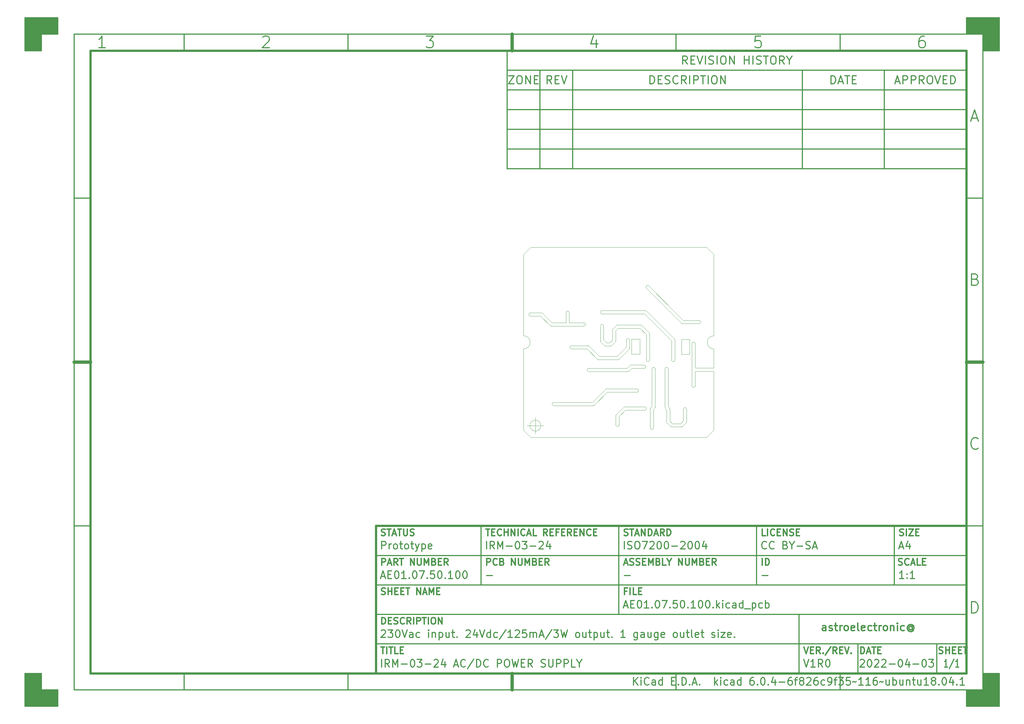
<source format=gbr>
%TF.GenerationSoftware,KiCad,Pcbnew,6.0.4-6f826c9f35~116~ubuntu18.04.1*%
%TF.CreationDate,2022-04-03T22:47:16+02:00*%
%TF.ProjectId,AE01.07.50.100,41453031-2e30-4372-9e35-302e3130302e,V1R0*%
%TF.SameCoordinates,PX9464480PY76a3180*%
%TF.FileFunction,Other,User*%
%FSLAX46Y46*%
G04 Gerber Fmt 4.6, Leading zero omitted, Abs format (unit mm)*
G04 Created by KiCad (PCBNEW 6.0.4-6f826c9f35~116~ubuntu18.04.1) date 2022-04-03 22:47:16*
%MOMM*%
%LPD*%
G01*
G04 APERTURE LIST*
%ADD10C,0.100000*%
%ADD11C,0.350000*%
%ADD12C,0.700000*%
%ADD13C,1.050000*%
%ADD14C,0.400000*%
%ADD15C,0.460000*%
%TA.AperFunction,Profile*%
%ADD16C,0.050000*%
%TD*%
%ADD17C,0.050000*%
G04 APERTURE END LIST*
D10*
D11*
X-8597800Y114400000D02*
X-8597800Y78400000D01*
D10*
D11*
X1402200Y108400000D02*
X1402200Y78400000D01*
D10*
D11*
X11402200Y108400000D02*
X11402200Y78400000D01*
D10*
D11*
X81402200Y108400000D02*
X81402200Y78400000D01*
D10*
D11*
X106402200Y108400000D02*
X106402200Y78400000D01*
D10*
D11*
X131402200Y114400000D02*
X131402200Y64400000D01*
D10*
D11*
X131402200Y114400000D02*
X-8597800Y114400000D01*
D10*
D11*
X131402200Y108400000D02*
X-8597800Y108400000D01*
D10*
D11*
X131402200Y102400000D02*
X-8597800Y102400000D01*
D10*
D11*
X131402200Y96400000D02*
X-8597800Y96400000D01*
D10*
D11*
X131402200Y90400000D02*
X-8597800Y90400000D01*
D10*
D11*
X131402200Y84400000D02*
X-8597800Y84400000D01*
D10*
D11*
X131402200Y78400000D02*
X-8597800Y78400000D01*
D10*
D11*
X46342676Y110269048D02*
X45509342Y111459524D01*
X44914104Y110269048D02*
X44914104Y112769048D01*
X45866485Y112769048D01*
X46104580Y112650000D01*
X46223628Y112530953D01*
X46342676Y112292858D01*
X46342676Y111935715D01*
X46223628Y111697620D01*
X46104580Y111578572D01*
X45866485Y111459524D01*
X44914104Y111459524D01*
X47414104Y111578572D02*
X48247438Y111578572D01*
X48604580Y110269048D02*
X47414104Y110269048D01*
X47414104Y112769048D01*
X48604580Y112769048D01*
X49318866Y112769048D02*
X50152200Y110269048D01*
X50985533Y112769048D01*
X51818866Y110269048D02*
X51818866Y112769048D01*
X52890295Y110388096D02*
X53247438Y110269048D01*
X53842676Y110269048D01*
X54080771Y110388096D01*
X54199819Y110507143D01*
X54318866Y110745239D01*
X54318866Y110983334D01*
X54199819Y111221429D01*
X54080771Y111340477D01*
X53842676Y111459524D01*
X53366485Y111578572D01*
X53128390Y111697620D01*
X53009342Y111816667D01*
X52890295Y112054762D01*
X52890295Y112292858D01*
X53009342Y112530953D01*
X53128390Y112650000D01*
X53366485Y112769048D01*
X53961723Y112769048D01*
X54318866Y112650000D01*
X55390295Y110269048D02*
X55390295Y112769048D01*
X57056961Y112769048D02*
X57533152Y112769048D01*
X57771247Y112650000D01*
X58009342Y112411905D01*
X58128390Y111935715D01*
X58128390Y111102381D01*
X58009342Y110626191D01*
X57771247Y110388096D01*
X57533152Y110269048D01*
X57056961Y110269048D01*
X56818866Y110388096D01*
X56580771Y110626191D01*
X56461723Y111102381D01*
X56461723Y111935715D01*
X56580771Y112411905D01*
X56818866Y112650000D01*
X57056961Y112769048D01*
X59199819Y110269048D02*
X59199819Y112769048D01*
X60628390Y110269048D01*
X60628390Y112769048D01*
X63723628Y110269048D02*
X63723628Y112769048D01*
X63723628Y111578572D02*
X65152200Y111578572D01*
X65152200Y110269048D02*
X65152200Y112769048D01*
X66342676Y110269048D02*
X66342676Y112769048D01*
X67414104Y110388096D02*
X67771247Y110269048D01*
X68366485Y110269048D01*
X68604580Y110388096D01*
X68723628Y110507143D01*
X68842676Y110745239D01*
X68842676Y110983334D01*
X68723628Y111221429D01*
X68604580Y111340477D01*
X68366485Y111459524D01*
X67890295Y111578572D01*
X67652200Y111697620D01*
X67533152Y111816667D01*
X67414104Y112054762D01*
X67414104Y112292858D01*
X67533152Y112530953D01*
X67652200Y112650000D01*
X67890295Y112769048D01*
X68485533Y112769048D01*
X68842676Y112650000D01*
X69556961Y112769048D02*
X70985533Y112769048D01*
X70271247Y110269048D02*
X70271247Y112769048D01*
X72295057Y112769048D02*
X72771247Y112769048D01*
X73009342Y112650000D01*
X73247438Y112411905D01*
X73366485Y111935715D01*
X73366485Y111102381D01*
X73247438Y110626191D01*
X73009342Y110388096D01*
X72771247Y110269048D01*
X72295057Y110269048D01*
X72056961Y110388096D01*
X71818866Y110626191D01*
X71699819Y111102381D01*
X71699819Y111935715D01*
X71818866Y112411905D01*
X72056961Y112650000D01*
X72295057Y112769048D01*
X75866485Y110269048D02*
X75033152Y111459524D01*
X74437914Y110269048D02*
X74437914Y112769048D01*
X75390295Y112769048D01*
X75628390Y112650000D01*
X75747438Y112530953D01*
X75866485Y112292858D01*
X75866485Y111935715D01*
X75747438Y111697620D01*
X75628390Y111578572D01*
X75390295Y111459524D01*
X74437914Y111459524D01*
X77414104Y111459524D02*
X77414104Y110269048D01*
X76580771Y112769048D02*
X77414104Y111459524D01*
X78247438Y112769048D01*
D10*
D11*
X-8181134Y106769048D02*
X-6514467Y106769048D01*
X-8181134Y104269048D01*
X-6514467Y104269048D01*
X-5085896Y106769048D02*
X-4609705Y106769048D01*
X-4371610Y106650000D01*
X-4133515Y106411905D01*
X-4014467Y105935715D01*
X-4014467Y105102381D01*
X-4133515Y104626191D01*
X-4371610Y104388096D01*
X-4609705Y104269048D01*
X-5085896Y104269048D01*
X-5323991Y104388096D01*
X-5562086Y104626191D01*
X-5681134Y105102381D01*
X-5681134Y105935715D01*
X-5562086Y106411905D01*
X-5323991Y106650000D01*
X-5085896Y106769048D01*
X-2943039Y104269048D02*
X-2943039Y106769048D01*
X-1514467Y104269048D01*
X-1514467Y106769048D01*
X-323991Y105578572D02*
X509342Y105578572D01*
X866485Y104269048D02*
X-323991Y104269048D01*
X-323991Y106769048D01*
X866485Y106769048D01*
D10*
D11*
X4973628Y104269048D02*
X4140295Y105459524D01*
X3545057Y104269048D02*
X3545057Y106769048D01*
X4497438Y106769048D01*
X4735533Y106650000D01*
X4854580Y106530953D01*
X4973628Y106292858D01*
X4973628Y105935715D01*
X4854580Y105697620D01*
X4735533Y105578572D01*
X4497438Y105459524D01*
X3545057Y105459524D01*
X6045057Y105578572D02*
X6878390Y105578572D01*
X7235533Y104269048D02*
X6045057Y104269048D01*
X6045057Y106769048D01*
X7235533Y106769048D01*
X7949819Y106769048D02*
X8783152Y104269048D01*
X9616485Y106769048D01*
D10*
D11*
X34914104Y104269048D02*
X34914104Y106769048D01*
X35509342Y106769048D01*
X35866485Y106650000D01*
X36104580Y106411905D01*
X36223628Y106173810D01*
X36342676Y105697620D01*
X36342676Y105340477D01*
X36223628Y104864286D01*
X36104580Y104626191D01*
X35866485Y104388096D01*
X35509342Y104269048D01*
X34914104Y104269048D01*
X37414104Y105578572D02*
X38247438Y105578572D01*
X38604580Y104269048D02*
X37414104Y104269048D01*
X37414104Y106769048D01*
X38604580Y106769048D01*
X39556961Y104388096D02*
X39914104Y104269048D01*
X40509342Y104269048D01*
X40747438Y104388096D01*
X40866485Y104507143D01*
X40985533Y104745239D01*
X40985533Y104983334D01*
X40866485Y105221429D01*
X40747438Y105340477D01*
X40509342Y105459524D01*
X40033152Y105578572D01*
X39795057Y105697620D01*
X39676009Y105816667D01*
X39556961Y106054762D01*
X39556961Y106292858D01*
X39676009Y106530953D01*
X39795057Y106650000D01*
X40033152Y106769048D01*
X40628390Y106769048D01*
X40985533Y106650000D01*
X43485533Y104507143D02*
X43366485Y104388096D01*
X43009342Y104269048D01*
X42771247Y104269048D01*
X42414104Y104388096D01*
X42176009Y104626191D01*
X42056961Y104864286D01*
X41937914Y105340477D01*
X41937914Y105697620D01*
X42056961Y106173810D01*
X42176009Y106411905D01*
X42414104Y106650000D01*
X42771247Y106769048D01*
X43009342Y106769048D01*
X43366485Y106650000D01*
X43485533Y106530953D01*
X45985533Y104269048D02*
X45152200Y105459524D01*
X44556961Y104269048D02*
X44556961Y106769048D01*
X45509342Y106769048D01*
X45747438Y106650000D01*
X45866485Y106530953D01*
X45985533Y106292858D01*
X45985533Y105935715D01*
X45866485Y105697620D01*
X45747438Y105578572D01*
X45509342Y105459524D01*
X44556961Y105459524D01*
X47056961Y104269048D02*
X47056961Y106769048D01*
X48247438Y104269048D02*
X48247438Y106769048D01*
X49199819Y106769048D01*
X49437914Y106650000D01*
X49556961Y106530953D01*
X49676009Y106292858D01*
X49676009Y105935715D01*
X49556961Y105697620D01*
X49437914Y105578572D01*
X49199819Y105459524D01*
X48247438Y105459524D01*
X50390295Y106769048D02*
X51818866Y106769048D01*
X51104580Y104269048D02*
X51104580Y106769048D01*
X52652200Y104269048D02*
X52652200Y106769048D01*
X54318866Y106769048D02*
X54795057Y106769048D01*
X55033152Y106650000D01*
X55271247Y106411905D01*
X55390295Y105935715D01*
X55390295Y105102381D01*
X55271247Y104626191D01*
X55033152Y104388096D01*
X54795057Y104269048D01*
X54318866Y104269048D01*
X54080771Y104388096D01*
X53842676Y104626191D01*
X53723628Y105102381D01*
X53723628Y105935715D01*
X53842676Y106411905D01*
X54080771Y106650000D01*
X54318866Y106769048D01*
X56461723Y104269048D02*
X56461723Y106769048D01*
X57890295Y104269048D01*
X57890295Y106769048D01*
D10*
D11*
X109795057Y104983334D02*
X110985533Y104983334D01*
X109556961Y104269048D02*
X110390295Y106769048D01*
X111223628Y104269048D01*
X112056961Y104269048D02*
X112056961Y106769048D01*
X113009342Y106769048D01*
X113247438Y106650000D01*
X113366485Y106530953D01*
X113485533Y106292858D01*
X113485533Y105935715D01*
X113366485Y105697620D01*
X113247438Y105578572D01*
X113009342Y105459524D01*
X112056961Y105459524D01*
X114556961Y104269048D02*
X114556961Y106769048D01*
X115509342Y106769048D01*
X115747438Y106650000D01*
X115866485Y106530953D01*
X115985533Y106292858D01*
X115985533Y105935715D01*
X115866485Y105697620D01*
X115747438Y105578572D01*
X115509342Y105459524D01*
X114556961Y105459524D01*
X118485533Y104269048D02*
X117652200Y105459524D01*
X117056961Y104269048D02*
X117056961Y106769048D01*
X118009342Y106769048D01*
X118247438Y106650000D01*
X118366485Y106530953D01*
X118485533Y106292858D01*
X118485533Y105935715D01*
X118366485Y105697620D01*
X118247438Y105578572D01*
X118009342Y105459524D01*
X117056961Y105459524D01*
X120033152Y106769048D02*
X120509342Y106769048D01*
X120747438Y106650000D01*
X120985533Y106411905D01*
X121104580Y105935715D01*
X121104580Y105102381D01*
X120985533Y104626191D01*
X120747438Y104388096D01*
X120509342Y104269048D01*
X120033152Y104269048D01*
X119795057Y104388096D01*
X119556961Y104626191D01*
X119437914Y105102381D01*
X119437914Y105935715D01*
X119556961Y106411905D01*
X119795057Y106650000D01*
X120033152Y106769048D01*
X121818866Y106769048D02*
X122652200Y104269048D01*
X123485533Y106769048D01*
X124318866Y105578572D02*
X125152200Y105578572D01*
X125509342Y104269048D02*
X124318866Y104269048D01*
X124318866Y106769048D01*
X125509342Y106769048D01*
X126580771Y104269048D02*
X126580771Y106769048D01*
X127176009Y106769048D01*
X127533152Y106650000D01*
X127771247Y106411905D01*
X127890295Y106173810D01*
X128009342Y105697620D01*
X128009342Y105340477D01*
X127890295Y104864286D01*
X127771247Y104626191D01*
X127533152Y104388096D01*
X127176009Y104269048D01*
X126580771Y104269048D01*
D10*
D11*
X90092676Y104269048D02*
X90092676Y106769048D01*
X90687914Y106769048D01*
X91045057Y106650000D01*
X91283152Y106411905D01*
X91402200Y106173810D01*
X91521247Y105697620D01*
X91521247Y105340477D01*
X91402200Y104864286D01*
X91283152Y104626191D01*
X91045057Y104388096D01*
X90687914Y104269048D01*
X90092676Y104269048D01*
X92473628Y104983334D02*
X93664104Y104983334D01*
X92235533Y104269048D02*
X93068866Y106769048D01*
X93902200Y104269048D01*
X94378390Y106769048D02*
X95806961Y106769048D01*
X95092676Y104269048D02*
X95092676Y106769048D01*
X96640295Y105578572D02*
X97473628Y105578572D01*
X97830771Y104269048D02*
X96640295Y104269048D01*
X96640295Y106769048D01*
X97830771Y106769048D01*
D10*
D11*
X-140600000Y119400000D02*
X-140600000Y-80607200D01*
X136402200Y-80607200D01*
X136402200Y119400000D01*
X-140600000Y119400000D01*
D10*
D12*
X-135600000Y114400000D02*
X-135600000Y-75607200D01*
X131402200Y-75607200D01*
X131402200Y114400000D01*
X-135600000Y114400000D01*
D10*
D13*
X-7100000Y119400000D02*
X-7100000Y114400000D01*
D10*
D13*
X-7100000Y-80607200D02*
X-7100000Y-75607200D01*
D10*
D13*
X-140600000Y19400000D02*
X-135600000Y19400000D01*
D10*
D13*
X136402200Y19400000D02*
X131402200Y19400000D01*
D10*
D11*
X-107100000Y119400000D02*
X-107100000Y114400000D01*
D10*
D11*
X-57100000Y119400000D02*
X-57100000Y114400000D01*
D10*
D11*
X-7100000Y119400000D02*
X-7100000Y114400000D01*
D10*
D11*
X42900000Y119400000D02*
X42900000Y114400000D01*
D10*
D11*
X92900000Y119400000D02*
X92900000Y114400000D01*
D10*
D11*
X-107100000Y-80607200D02*
X-107100000Y-75607200D01*
D10*
D11*
X-57100000Y-80607200D02*
X-57100000Y-75607200D01*
D10*
D11*
X-7100000Y-80607200D02*
X-7100000Y-75607200D01*
D10*
D11*
X42900000Y-80607200D02*
X42900000Y-75607200D01*
D10*
D11*
X92900000Y-80607200D02*
X92900000Y-75607200D01*
D10*
D11*
X-140600000Y69400000D02*
X-135600000Y69400000D01*
D10*
D11*
X-140600000Y19400000D02*
X-135600000Y19400000D01*
D10*
D11*
X-140600000Y-30600000D02*
X-135600000Y-30600000D01*
D10*
D11*
X136402200Y69400000D02*
X131402200Y69400000D01*
D10*
D11*
X136402200Y19400000D02*
X131402200Y19400000D01*
D10*
D11*
X136402200Y-30600000D02*
X131402200Y-30600000D01*
D10*
D11*
X-131100000Y115316667D02*
X-133100000Y115316667D01*
X-132100000Y115316667D02*
X-132100000Y118816667D01*
X-132433334Y118316667D01*
X-132766667Y117983334D01*
X-133100000Y117816667D01*
D10*
D11*
X-83100000Y118483334D02*
X-82933334Y118650000D01*
X-82600000Y118816667D01*
X-81766667Y118816667D01*
X-81433334Y118650000D01*
X-81266667Y118483334D01*
X-81100000Y118150000D01*
X-81100000Y117816667D01*
X-81266667Y117316667D01*
X-83266667Y115316667D01*
X-81100000Y115316667D01*
D10*
D11*
X-33266667Y118816667D02*
X-31100000Y118816667D01*
X-32266667Y117483334D01*
X-31766667Y117483334D01*
X-31433334Y117316667D01*
X-31266667Y117150000D01*
X-31100000Y116816667D01*
X-31100000Y115983334D01*
X-31266667Y115650000D01*
X-31433334Y115483334D01*
X-31766667Y115316667D01*
X-32766667Y115316667D01*
X-33100000Y115483334D01*
X-33266667Y115650000D01*
D10*
D11*
X18566666Y117650000D02*
X18566666Y115316667D01*
X17733333Y118983334D02*
X16900000Y116483334D01*
X19066666Y116483334D01*
D10*
D11*
X68733333Y118816667D02*
X67066666Y118816667D01*
X66900000Y117150000D01*
X67066666Y117316667D01*
X67400000Y117483334D01*
X68233333Y117483334D01*
X68566666Y117316667D01*
X68733333Y117150000D01*
X68900000Y116816667D01*
X68900000Y115983334D01*
X68733333Y115650000D01*
X68566666Y115483334D01*
X68233333Y115316667D01*
X67400000Y115316667D01*
X67066666Y115483334D01*
X66900000Y115650000D01*
D10*
D11*
X118566666Y118816667D02*
X117900000Y118816667D01*
X117566666Y118650000D01*
X117400000Y118483334D01*
X117066666Y117983334D01*
X116900000Y117316667D01*
X116900000Y115983334D01*
X117066666Y115650000D01*
X117233333Y115483334D01*
X117566666Y115316667D01*
X118233333Y115316667D01*
X118566666Y115483334D01*
X118733333Y115650000D01*
X118900000Y115983334D01*
X118900000Y116816667D01*
X118733333Y117150000D01*
X118566666Y117316667D01*
X118233333Y117483334D01*
X117566666Y117483334D01*
X117233333Y117316667D01*
X117066666Y117150000D01*
X116900000Y116816667D01*
D10*
D11*
X133068866Y93816667D02*
X134735533Y93816667D01*
X132735533Y92816667D02*
X133902200Y96316667D01*
X135068866Y92816667D01*
D10*
D11*
X134152200Y44650000D02*
X134652200Y44483334D01*
X134818866Y44316667D01*
X134985533Y43983334D01*
X134985533Y43483334D01*
X134818866Y43150000D01*
X134652200Y42983334D01*
X134318866Y42816667D01*
X132985533Y42816667D01*
X132985533Y46316667D01*
X134152200Y46316667D01*
X134485533Y46150000D01*
X134652200Y45983334D01*
X134818866Y45650000D01*
X134818866Y45316667D01*
X134652200Y44983334D01*
X134485533Y44816667D01*
X134152200Y44650000D01*
X132985533Y44650000D01*
D10*
D11*
X134985533Y-6850000D02*
X134818866Y-7016666D01*
X134318866Y-7183333D01*
X133985533Y-7183333D01*
X133485533Y-7016666D01*
X133152200Y-6683333D01*
X132985533Y-6350000D01*
X132818866Y-5683333D01*
X132818866Y-5183333D01*
X132985533Y-4516666D01*
X133152200Y-4183333D01*
X133485533Y-3850000D01*
X133985533Y-3683333D01*
X134318866Y-3683333D01*
X134818866Y-3850000D01*
X134985533Y-4016666D01*
D10*
D11*
X132985533Y-57183333D02*
X132985533Y-53683333D01*
X133818866Y-53683333D01*
X134318866Y-53850000D01*
X134652200Y-54183333D01*
X134818866Y-54516666D01*
X134985533Y-55183333D01*
X134985533Y-55683333D01*
X134818866Y-56350000D01*
X134652200Y-56683333D01*
X134318866Y-57016666D01*
X133818866Y-57183333D01*
X132985533Y-57183333D01*
D10*
G36*
X-155600000Y124400000D02*
G01*
X-145600000Y124400000D01*
X-145600000Y119400000D01*
X-150600000Y119400000D01*
X-150600000Y114400000D01*
X-155600000Y114400000D01*
X-155600000Y124400000D01*
G37*
D11*
X-155600000Y124400000D02*
X-145600000Y124400000D01*
X-145600000Y119400000D01*
X-150600000Y119400000D01*
X-150600000Y114400000D01*
X-155600000Y114400000D01*
X-155600000Y124400000D01*
D10*
G36*
X-155600000Y-85607199D02*
G01*
X-155600000Y-75607199D01*
X-150600000Y-75607199D01*
X-150600000Y-80607199D01*
X-145600000Y-80607199D01*
X-145600000Y-85607199D01*
X-155600000Y-85607199D01*
G37*
D11*
X-155600000Y-85607199D02*
X-155600000Y-75607199D01*
X-150600000Y-75607199D01*
X-150600000Y-80607199D01*
X-145600000Y-80607199D01*
X-145600000Y-85607199D01*
X-155600000Y-85607199D01*
D10*
G36*
X141402200Y124400000D02*
G01*
X141402200Y114400000D01*
X136402200Y114400000D01*
X136402200Y119400000D01*
X131402200Y119400000D01*
X131402200Y124400000D01*
X141402200Y124400000D01*
G37*
D11*
X141402200Y124400000D02*
X141402200Y114400000D01*
X136402200Y114400000D01*
X136402200Y119400000D01*
X131402200Y119400000D01*
X131402200Y124400000D01*
X141402200Y124400000D01*
D10*
G36*
X141402200Y-85607199D02*
G01*
X131402200Y-85607199D01*
X131402200Y-80607199D01*
X136402200Y-80607199D01*
X136402200Y-75607199D01*
X141402200Y-75607199D01*
X141402200Y-85607199D01*
G37*
D11*
X141402200Y-85607199D02*
X131402200Y-85607199D01*
X131402200Y-80607199D01*
X136402200Y-80607199D01*
X136402200Y-75607199D01*
X141402200Y-75607199D01*
X141402200Y-85607199D01*
D10*
D12*
X131402200Y-75607200D02*
X131402200Y-30607200D01*
X-48597800Y-30607200D01*
X-48597800Y-75607200D01*
X131402200Y-75607200D01*
D10*
D11*
X131402200Y-48607200D02*
X-48597800Y-48607200D01*
D10*
D11*
X131402200Y-57607200D02*
X-48597800Y-57607200D01*
D10*
D11*
X131402200Y-66607200D02*
X-48597800Y-66607200D01*
D10*
D11*
X-16597800Y-30607200D02*
X-16597800Y-48607200D01*
D10*
D11*
X25402200Y-30607200D02*
X25402200Y-57607200D01*
D10*
D11*
X67402200Y-30607200D02*
X67402200Y-48607200D01*
D10*
D11*
X80402200Y-57607200D02*
X80402200Y-75607200D01*
D10*
D11*
X98292200Y-66607000D02*
X98292200Y-75607000D01*
D10*
D11*
X122402200Y-66607200D02*
X122402200Y-75607200D01*
D10*
D14*
X-46956848Y-33416723D02*
X-46671134Y-33511961D01*
X-46194943Y-33511961D01*
X-46004467Y-33416723D01*
X-45909229Y-33321485D01*
X-45813991Y-33131009D01*
X-45813991Y-32940533D01*
X-45909229Y-32750057D01*
X-46004467Y-32654819D01*
X-46194943Y-32559580D01*
X-46575896Y-32464342D01*
X-46766372Y-32369104D01*
X-46861610Y-32273866D01*
X-46956848Y-32083390D01*
X-46956848Y-31892914D01*
X-46861610Y-31702438D01*
X-46766372Y-31607200D01*
X-46575896Y-31511961D01*
X-46099705Y-31511961D01*
X-45813991Y-31607200D01*
X-45242562Y-31511961D02*
X-44099705Y-31511961D01*
X-44671134Y-33511961D02*
X-44671134Y-31511961D01*
X-43528277Y-32940533D02*
X-42575896Y-32940533D01*
X-43718753Y-33511961D02*
X-43052086Y-31511961D01*
X-42385420Y-33511961D01*
X-42004467Y-31511961D02*
X-40861610Y-31511961D01*
X-41433039Y-33511961D02*
X-41433039Y-31511961D01*
X-40194943Y-31511961D02*
X-40194943Y-33131009D01*
X-40099705Y-33321485D01*
X-40004467Y-33416723D01*
X-39813991Y-33511961D01*
X-39433039Y-33511961D01*
X-39242562Y-33416723D01*
X-39147324Y-33321485D01*
X-39052086Y-33131009D01*
X-39052086Y-31511961D01*
X-38194943Y-33416723D02*
X-37909229Y-33511961D01*
X-37433039Y-33511961D01*
X-37242562Y-33416723D01*
X-37147324Y-33321485D01*
X-37052086Y-33131009D01*
X-37052086Y-32940533D01*
X-37147324Y-32750057D01*
X-37242562Y-32654819D01*
X-37433039Y-32559580D01*
X-37813991Y-32464342D01*
X-38004467Y-32369104D01*
X-38099705Y-32273866D01*
X-38194943Y-32083390D01*
X-38194943Y-31892914D01*
X-38099705Y-31702438D01*
X-38004467Y-31607200D01*
X-37813991Y-31511961D01*
X-37337800Y-31511961D01*
X-37052086Y-31607200D01*
D10*
D14*
X-15147324Y-31511961D02*
X-14004467Y-31511961D01*
X-14575896Y-33511961D02*
X-14575896Y-31511961D01*
X-13337800Y-32464342D02*
X-12671134Y-32464342D01*
X-12385420Y-33511961D02*
X-13337800Y-33511961D01*
X-13337800Y-31511961D01*
X-12385420Y-31511961D01*
X-10385420Y-33321485D02*
X-10480658Y-33416723D01*
X-10766372Y-33511961D01*
X-10956848Y-33511961D01*
X-11242562Y-33416723D01*
X-11433039Y-33226247D01*
X-11528277Y-33035771D01*
X-11623515Y-32654819D01*
X-11623515Y-32369104D01*
X-11528277Y-31988152D01*
X-11433039Y-31797676D01*
X-11242562Y-31607200D01*
X-10956848Y-31511961D01*
X-10766372Y-31511961D01*
X-10480658Y-31607200D01*
X-10385420Y-31702438D01*
X-9528277Y-33511961D02*
X-9528277Y-31511961D01*
X-9528277Y-32464342D02*
X-8385420Y-32464342D01*
X-8385420Y-33511961D02*
X-8385420Y-31511961D01*
X-7433039Y-33511961D02*
X-7433039Y-31511961D01*
X-6290181Y-33511961D01*
X-6290181Y-31511961D01*
X-5337800Y-33511961D02*
X-5337800Y-31511961D01*
X-3242562Y-33321485D02*
X-3337800Y-33416723D01*
X-3623515Y-33511961D01*
X-3813991Y-33511961D01*
X-4099705Y-33416723D01*
X-4290181Y-33226247D01*
X-4385420Y-33035771D01*
X-4480658Y-32654819D01*
X-4480658Y-32369104D01*
X-4385420Y-31988152D01*
X-4290181Y-31797676D01*
X-4099705Y-31607200D01*
X-3813991Y-31511961D01*
X-3623515Y-31511961D01*
X-3337800Y-31607200D01*
X-3242562Y-31702438D01*
X-2480658Y-32940533D02*
X-1528277Y-32940533D01*
X-2671134Y-33511961D02*
X-2004467Y-31511961D01*
X-1337800Y-33511961D01*
X281247Y-33511961D02*
X-671134Y-33511961D01*
X-671134Y-31511961D01*
X3614580Y-33511961D02*
X2947914Y-32559580D01*
X2471723Y-33511961D02*
X2471723Y-31511961D01*
X3233628Y-31511961D01*
X3424104Y-31607200D01*
X3519342Y-31702438D01*
X3614580Y-31892914D01*
X3614580Y-32178628D01*
X3519342Y-32369104D01*
X3424104Y-32464342D01*
X3233628Y-32559580D01*
X2471723Y-32559580D01*
X4471723Y-32464342D02*
X5138390Y-32464342D01*
X5424104Y-33511961D02*
X4471723Y-33511961D01*
X4471723Y-31511961D01*
X5424104Y-31511961D01*
X6947914Y-32464342D02*
X6281247Y-32464342D01*
X6281247Y-33511961D02*
X6281247Y-31511961D01*
X7233628Y-31511961D01*
X7995533Y-32464342D02*
X8662200Y-32464342D01*
X8947914Y-33511961D02*
X7995533Y-33511961D01*
X7995533Y-31511961D01*
X8947914Y-31511961D01*
X10947914Y-33511961D02*
X10281247Y-32559580D01*
X9805057Y-33511961D02*
X9805057Y-31511961D01*
X10566961Y-31511961D01*
X10757438Y-31607200D01*
X10852676Y-31702438D01*
X10947914Y-31892914D01*
X10947914Y-32178628D01*
X10852676Y-32369104D01*
X10757438Y-32464342D01*
X10566961Y-32559580D01*
X9805057Y-32559580D01*
X11805057Y-32464342D02*
X12471723Y-32464342D01*
X12757438Y-33511961D02*
X11805057Y-33511961D01*
X11805057Y-31511961D01*
X12757438Y-31511961D01*
X13614580Y-33511961D02*
X13614580Y-31511961D01*
X14757438Y-33511961D01*
X14757438Y-31511961D01*
X16852676Y-33321485D02*
X16757438Y-33416723D01*
X16471723Y-33511961D01*
X16281247Y-33511961D01*
X15995533Y-33416723D01*
X15805057Y-33226247D01*
X15709819Y-33035771D01*
X15614580Y-32654819D01*
X15614580Y-32369104D01*
X15709819Y-31988152D01*
X15805057Y-31797676D01*
X15995533Y-31607200D01*
X16281247Y-31511961D01*
X16471723Y-31511961D01*
X16757438Y-31607200D01*
X16852676Y-31702438D01*
X17709819Y-32464342D02*
X18376485Y-32464342D01*
X18662200Y-33511961D02*
X17709819Y-33511961D01*
X17709819Y-31511961D01*
X18662200Y-31511961D01*
D10*
D14*
X27043152Y-33416723D02*
X27328866Y-33511961D01*
X27805057Y-33511961D01*
X27995533Y-33416723D01*
X28090771Y-33321485D01*
X28186009Y-33131009D01*
X28186009Y-32940533D01*
X28090771Y-32750057D01*
X27995533Y-32654819D01*
X27805057Y-32559580D01*
X27424104Y-32464342D01*
X27233628Y-32369104D01*
X27138390Y-32273866D01*
X27043152Y-32083390D01*
X27043152Y-31892914D01*
X27138390Y-31702438D01*
X27233628Y-31607200D01*
X27424104Y-31511961D01*
X27900295Y-31511961D01*
X28186009Y-31607200D01*
X28757438Y-31511961D02*
X29900295Y-31511961D01*
X29328866Y-33511961D02*
X29328866Y-31511961D01*
X30471723Y-32940533D02*
X31424104Y-32940533D01*
X30281247Y-33511961D02*
X30947914Y-31511961D01*
X31614580Y-33511961D01*
X32281247Y-33511961D02*
X32281247Y-31511961D01*
X33424104Y-33511961D01*
X33424104Y-31511961D01*
X34376485Y-33511961D02*
X34376485Y-31511961D01*
X34852676Y-31511961D01*
X35138390Y-31607200D01*
X35328866Y-31797676D01*
X35424104Y-31988152D01*
X35519342Y-32369104D01*
X35519342Y-32654819D01*
X35424104Y-33035771D01*
X35328866Y-33226247D01*
X35138390Y-33416723D01*
X34852676Y-33511961D01*
X34376485Y-33511961D01*
X36281247Y-32940533D02*
X37233628Y-32940533D01*
X36090771Y-33511961D02*
X36757438Y-31511961D01*
X37424104Y-33511961D01*
X39233628Y-33511961D02*
X38566961Y-32559580D01*
X38090771Y-33511961D02*
X38090771Y-31511961D01*
X38852676Y-31511961D01*
X39043152Y-31607200D01*
X39138390Y-31702438D01*
X39233628Y-31892914D01*
X39233628Y-32178628D01*
X39138390Y-32369104D01*
X39043152Y-32464342D01*
X38852676Y-32559580D01*
X38090771Y-32559580D01*
X40090771Y-33511961D02*
X40090771Y-31511961D01*
X40566961Y-31511961D01*
X40852676Y-31607200D01*
X41043152Y-31797676D01*
X41138390Y-31988152D01*
X41233628Y-32369104D01*
X41233628Y-32654819D01*
X41138390Y-33035771D01*
X41043152Y-33226247D01*
X40852676Y-33416723D01*
X40566961Y-33511961D01*
X40090771Y-33511961D01*
D10*
D14*
X70090771Y-33511961D02*
X69138390Y-33511961D01*
X69138390Y-31511961D01*
X70757438Y-33511961D02*
X70757438Y-31511961D01*
X72852676Y-33321485D02*
X72757438Y-33416723D01*
X72471723Y-33511961D01*
X72281247Y-33511961D01*
X71995533Y-33416723D01*
X71805057Y-33226247D01*
X71709819Y-33035771D01*
X71614580Y-32654819D01*
X71614580Y-32369104D01*
X71709819Y-31988152D01*
X71805057Y-31797676D01*
X71995533Y-31607200D01*
X72281247Y-31511961D01*
X72471723Y-31511961D01*
X72757438Y-31607200D01*
X72852676Y-31702438D01*
X73709819Y-32464342D02*
X74376485Y-32464342D01*
X74662200Y-33511961D02*
X73709819Y-33511961D01*
X73709819Y-31511961D01*
X74662200Y-31511961D01*
X75519342Y-33511961D02*
X75519342Y-31511961D01*
X76662200Y-33511961D01*
X76662200Y-31511961D01*
X77519342Y-33416723D02*
X77805057Y-33511961D01*
X78281247Y-33511961D01*
X78471723Y-33416723D01*
X78566961Y-33321485D01*
X78662200Y-33131009D01*
X78662200Y-32940533D01*
X78566961Y-32750057D01*
X78471723Y-32654819D01*
X78281247Y-32559580D01*
X77900295Y-32464342D01*
X77709819Y-32369104D01*
X77614580Y-32273866D01*
X77519342Y-32083390D01*
X77519342Y-31892914D01*
X77614580Y-31702438D01*
X77709819Y-31607200D01*
X77900295Y-31511961D01*
X78376485Y-31511961D01*
X78662200Y-31607200D01*
X79519342Y-32464342D02*
X80186009Y-32464342D01*
X80471723Y-33511961D02*
X79519342Y-33511961D01*
X79519342Y-31511961D01*
X80471723Y-31511961D01*
D10*
D14*
X27043152Y-41940533D02*
X27995533Y-41940533D01*
X26852676Y-42511961D02*
X27519342Y-40511961D01*
X28186009Y-42511961D01*
X28757438Y-42416723D02*
X29043152Y-42511961D01*
X29519342Y-42511961D01*
X29709819Y-42416723D01*
X29805057Y-42321485D01*
X29900295Y-42131009D01*
X29900295Y-41940533D01*
X29805057Y-41750057D01*
X29709819Y-41654819D01*
X29519342Y-41559580D01*
X29138390Y-41464342D01*
X28947914Y-41369104D01*
X28852676Y-41273866D01*
X28757438Y-41083390D01*
X28757438Y-40892914D01*
X28852676Y-40702438D01*
X28947914Y-40607200D01*
X29138390Y-40511961D01*
X29614580Y-40511961D01*
X29900295Y-40607200D01*
X30662200Y-42416723D02*
X30947914Y-42511961D01*
X31424104Y-42511961D01*
X31614580Y-42416723D01*
X31709819Y-42321485D01*
X31805057Y-42131009D01*
X31805057Y-41940533D01*
X31709819Y-41750057D01*
X31614580Y-41654819D01*
X31424104Y-41559580D01*
X31043152Y-41464342D01*
X30852676Y-41369104D01*
X30757438Y-41273866D01*
X30662200Y-41083390D01*
X30662200Y-40892914D01*
X30757438Y-40702438D01*
X30852676Y-40607200D01*
X31043152Y-40511961D01*
X31519342Y-40511961D01*
X31805057Y-40607200D01*
X32662200Y-41464342D02*
X33328866Y-41464342D01*
X33614580Y-42511961D02*
X32662200Y-42511961D01*
X32662200Y-40511961D01*
X33614580Y-40511961D01*
X34471723Y-42511961D02*
X34471723Y-40511961D01*
X35138390Y-41940533D01*
X35805057Y-40511961D01*
X35805057Y-42511961D01*
X37424104Y-41464342D02*
X37709819Y-41559580D01*
X37805057Y-41654819D01*
X37900295Y-41845295D01*
X37900295Y-42131009D01*
X37805057Y-42321485D01*
X37709819Y-42416723D01*
X37519342Y-42511961D01*
X36757438Y-42511961D01*
X36757438Y-40511961D01*
X37424104Y-40511961D01*
X37614580Y-40607200D01*
X37709819Y-40702438D01*
X37805057Y-40892914D01*
X37805057Y-41083390D01*
X37709819Y-41273866D01*
X37614580Y-41369104D01*
X37424104Y-41464342D01*
X36757438Y-41464342D01*
X39709819Y-42511961D02*
X38757438Y-42511961D01*
X38757438Y-40511961D01*
X40757438Y-41559580D02*
X40757438Y-42511961D01*
X40090771Y-40511961D02*
X40757438Y-41559580D01*
X41424104Y-40511961D01*
X43614580Y-42511961D02*
X43614580Y-40511961D01*
X44757438Y-42511961D01*
X44757438Y-40511961D01*
X45709819Y-40511961D02*
X45709819Y-42131009D01*
X45805057Y-42321485D01*
X45900295Y-42416723D01*
X46090771Y-42511961D01*
X46471723Y-42511961D01*
X46662200Y-42416723D01*
X46757438Y-42321485D01*
X46852676Y-42131009D01*
X46852676Y-40511961D01*
X47805057Y-42511961D02*
X47805057Y-40511961D01*
X48471723Y-41940533D01*
X49138390Y-40511961D01*
X49138390Y-42511961D01*
X50757438Y-41464342D02*
X51043152Y-41559580D01*
X51138390Y-41654819D01*
X51233628Y-41845295D01*
X51233628Y-42131009D01*
X51138390Y-42321485D01*
X51043152Y-42416723D01*
X50852676Y-42511961D01*
X50090771Y-42511961D01*
X50090771Y-40511961D01*
X50757438Y-40511961D01*
X50947914Y-40607200D01*
X51043152Y-40702438D01*
X51138390Y-40892914D01*
X51138390Y-41083390D01*
X51043152Y-41273866D01*
X50947914Y-41369104D01*
X50757438Y-41464342D01*
X50090771Y-41464342D01*
X52090771Y-41464342D02*
X52757438Y-41464342D01*
X53043152Y-42511961D02*
X52090771Y-42511961D01*
X52090771Y-40511961D01*
X53043152Y-40511961D01*
X55043152Y-42511961D02*
X54376485Y-41559580D01*
X53900295Y-42511961D02*
X53900295Y-40511961D01*
X54662200Y-40511961D01*
X54852676Y-40607200D01*
X54947914Y-40702438D01*
X55043152Y-40892914D01*
X55043152Y-41178628D01*
X54947914Y-41369104D01*
X54852676Y-41464342D01*
X54662200Y-41559580D01*
X53900295Y-41559580D01*
D10*
D14*
X69138390Y-42511961D02*
X69138390Y-40511961D01*
X70090771Y-42511961D02*
X70090771Y-40511961D01*
X70566961Y-40511961D01*
X70852676Y-40607200D01*
X71043152Y-40797676D01*
X71138390Y-40988152D01*
X71233628Y-41369104D01*
X71233628Y-41654819D01*
X71138390Y-42035771D01*
X71043152Y-42226247D01*
X70852676Y-42416723D01*
X70566961Y-42511961D01*
X70090771Y-42511961D01*
D10*
D14*
X81852676Y-67511961D02*
X82519342Y-69511961D01*
X83186009Y-67511961D01*
X83852676Y-68464342D02*
X84519342Y-68464342D01*
X84805057Y-69511961D02*
X83852676Y-69511961D01*
X83852676Y-67511961D01*
X84805057Y-67511961D01*
X86805057Y-69511961D02*
X86138390Y-68559580D01*
X85662200Y-69511961D02*
X85662200Y-67511961D01*
X86424104Y-67511961D01*
X86614580Y-67607200D01*
X86709819Y-67702438D01*
X86805057Y-67892914D01*
X86805057Y-68178628D01*
X86709819Y-68369104D01*
X86614580Y-68464342D01*
X86424104Y-68559580D01*
X85662200Y-68559580D01*
X87662200Y-69321485D02*
X87757438Y-69416723D01*
X87662200Y-69511961D01*
X87566961Y-69416723D01*
X87662200Y-69321485D01*
X87662200Y-69511961D01*
X90043152Y-67416723D02*
X88328866Y-69988152D01*
X91852676Y-69511961D02*
X91186009Y-68559580D01*
X90709819Y-69511961D02*
X90709819Y-67511961D01*
X91471723Y-67511961D01*
X91662200Y-67607200D01*
X91757438Y-67702438D01*
X91852676Y-67892914D01*
X91852676Y-68178628D01*
X91757438Y-68369104D01*
X91662200Y-68464342D01*
X91471723Y-68559580D01*
X90709819Y-68559580D01*
X92709819Y-68464342D02*
X93376485Y-68464342D01*
X93662200Y-69511961D02*
X92709819Y-69511961D01*
X92709819Y-67511961D01*
X93662200Y-67511961D01*
X94233628Y-67511961D02*
X94900295Y-69511961D01*
X95566961Y-67511961D01*
X96233628Y-69321485D02*
X96328866Y-69416723D01*
X96233628Y-69511961D01*
X96138390Y-69416723D01*
X96233628Y-69321485D01*
X96233628Y-69511961D01*
D10*
D14*
X99138390Y-69511961D02*
X99138390Y-67511961D01*
X99614580Y-67511961D01*
X99900295Y-67607200D01*
X100090771Y-67797676D01*
X100186009Y-67988152D01*
X100281247Y-68369104D01*
X100281247Y-68654819D01*
X100186009Y-69035771D01*
X100090771Y-69226247D01*
X99900295Y-69416723D01*
X99614580Y-69511961D01*
X99138390Y-69511961D01*
X101043152Y-68940533D02*
X101995533Y-68940533D01*
X100852676Y-69511961D02*
X101519342Y-67511961D01*
X102186009Y-69511961D01*
X102566961Y-67511961D02*
X103709819Y-67511961D01*
X103138390Y-69511961D02*
X103138390Y-67511961D01*
X104376485Y-68464342D02*
X105043152Y-68464342D01*
X105328866Y-69511961D02*
X104376485Y-69511961D01*
X104376485Y-67511961D01*
X105328866Y-67511961D01*
D10*
D14*
X123043152Y-69416723D02*
X123328866Y-69511961D01*
X123805057Y-69511961D01*
X123995533Y-69416723D01*
X124090771Y-69321485D01*
X124186009Y-69131009D01*
X124186009Y-68940533D01*
X124090771Y-68750057D01*
X123995533Y-68654819D01*
X123805057Y-68559580D01*
X123424104Y-68464342D01*
X123233628Y-68369104D01*
X123138390Y-68273866D01*
X123043152Y-68083390D01*
X123043152Y-67892914D01*
X123138390Y-67702438D01*
X123233628Y-67607200D01*
X123424104Y-67511961D01*
X123900295Y-67511961D01*
X124186009Y-67607200D01*
X125043152Y-69511961D02*
X125043152Y-67511961D01*
X125043152Y-68464342D02*
X126186009Y-68464342D01*
X126186009Y-69511961D02*
X126186009Y-67511961D01*
X127138390Y-68464342D02*
X127805057Y-68464342D01*
X128090771Y-69511961D02*
X127138390Y-69511961D01*
X127138390Y-67511961D01*
X128090771Y-67511961D01*
X128947914Y-68464342D02*
X129614580Y-68464342D01*
X129900295Y-69511961D02*
X128947914Y-69511961D01*
X128947914Y-67511961D01*
X129900295Y-67511961D01*
X130471723Y-67511961D02*
X131614580Y-67511961D01*
X131043152Y-69511961D02*
X131043152Y-67511961D01*
D10*
D11*
X69124819Y-45771485D02*
X70877200Y-45771485D01*
D10*
D15*
X88533152Y-62497676D02*
X88533152Y-61292914D01*
X88423628Y-61073866D01*
X88204580Y-60964342D01*
X87766485Y-60964342D01*
X87547438Y-61073866D01*
X88533152Y-62388152D02*
X88314104Y-62497676D01*
X87766485Y-62497676D01*
X87547438Y-62388152D01*
X87437914Y-62169104D01*
X87437914Y-61950057D01*
X87547438Y-61731009D01*
X87766485Y-61621485D01*
X88314104Y-61621485D01*
X88533152Y-61511961D01*
X89518866Y-62388152D02*
X89737914Y-62497676D01*
X90176009Y-62497676D01*
X90395057Y-62388152D01*
X90504580Y-62169104D01*
X90504580Y-62059580D01*
X90395057Y-61840533D01*
X90176009Y-61731009D01*
X89847438Y-61731009D01*
X89628390Y-61621485D01*
X89518866Y-61402438D01*
X89518866Y-61292914D01*
X89628390Y-61073866D01*
X89847438Y-60964342D01*
X90176009Y-60964342D01*
X90395057Y-61073866D01*
X91161723Y-60964342D02*
X92037914Y-60964342D01*
X91490295Y-60197676D02*
X91490295Y-62169104D01*
X91599819Y-62388152D01*
X91818866Y-62497676D01*
X92037914Y-62497676D01*
X92804580Y-62497676D02*
X92804580Y-60964342D01*
X92804580Y-61402438D02*
X92914104Y-61183390D01*
X93023628Y-61073866D01*
X93242676Y-60964342D01*
X93461723Y-60964342D01*
X94556961Y-62497676D02*
X94337914Y-62388152D01*
X94228390Y-62278628D01*
X94118866Y-62059580D01*
X94118866Y-61402438D01*
X94228390Y-61183390D01*
X94337914Y-61073866D01*
X94556961Y-60964342D01*
X94885533Y-60964342D01*
X95104580Y-61073866D01*
X95214104Y-61183390D01*
X95323628Y-61402438D01*
X95323628Y-62059580D01*
X95214104Y-62278628D01*
X95104580Y-62388152D01*
X94885533Y-62497676D01*
X94556961Y-62497676D01*
X97185533Y-62388152D02*
X96966485Y-62497676D01*
X96528390Y-62497676D01*
X96309342Y-62388152D01*
X96199819Y-62169104D01*
X96199819Y-61292914D01*
X96309342Y-61073866D01*
X96528390Y-60964342D01*
X96966485Y-60964342D01*
X97185533Y-61073866D01*
X97295057Y-61292914D01*
X97295057Y-61511961D01*
X96199819Y-61731009D01*
X98609342Y-62497676D02*
X98390295Y-62388152D01*
X98280771Y-62169104D01*
X98280771Y-60197676D01*
X100361723Y-62388152D02*
X100142676Y-62497676D01*
X99704580Y-62497676D01*
X99485533Y-62388152D01*
X99376009Y-62169104D01*
X99376009Y-61292914D01*
X99485533Y-61073866D01*
X99704580Y-60964342D01*
X100142676Y-60964342D01*
X100361723Y-61073866D01*
X100471247Y-61292914D01*
X100471247Y-61511961D01*
X99376009Y-61731009D01*
X102442676Y-62388152D02*
X102223628Y-62497676D01*
X101785533Y-62497676D01*
X101566485Y-62388152D01*
X101456961Y-62278628D01*
X101347438Y-62059580D01*
X101347438Y-61402438D01*
X101456961Y-61183390D01*
X101566485Y-61073866D01*
X101785533Y-60964342D01*
X102223628Y-60964342D01*
X102442676Y-61073866D01*
X103099819Y-60964342D02*
X103976009Y-60964342D01*
X103428390Y-60197676D02*
X103428390Y-62169104D01*
X103537914Y-62388152D01*
X103756961Y-62497676D01*
X103976009Y-62497676D01*
X104742676Y-62497676D02*
X104742676Y-60964342D01*
X104742676Y-61402438D02*
X104852200Y-61183390D01*
X104961723Y-61073866D01*
X105180771Y-60964342D01*
X105399819Y-60964342D01*
X106495057Y-62497676D02*
X106276009Y-62388152D01*
X106166485Y-62278628D01*
X106056961Y-62059580D01*
X106056961Y-61402438D01*
X106166485Y-61183390D01*
X106276009Y-61073866D01*
X106495057Y-60964342D01*
X106823628Y-60964342D01*
X107042676Y-61073866D01*
X107152200Y-61183390D01*
X107261723Y-61402438D01*
X107261723Y-62059580D01*
X107152200Y-62278628D01*
X107042676Y-62388152D01*
X106823628Y-62497676D01*
X106495057Y-62497676D01*
X108247438Y-60964342D02*
X108247438Y-62497676D01*
X108247438Y-61183390D02*
X108356961Y-61073866D01*
X108576009Y-60964342D01*
X108904580Y-60964342D01*
X109123628Y-61073866D01*
X109233152Y-61292914D01*
X109233152Y-62497676D01*
X110328390Y-62497676D02*
X110328390Y-60964342D01*
X110328390Y-60197676D02*
X110218866Y-60307200D01*
X110328390Y-60416723D01*
X110437914Y-60307200D01*
X110328390Y-60197676D01*
X110328390Y-60416723D01*
X112409342Y-62388152D02*
X112190295Y-62497676D01*
X111752200Y-62497676D01*
X111533152Y-62388152D01*
X111423628Y-62278628D01*
X111314104Y-62059580D01*
X111314104Y-61402438D01*
X111423628Y-61183390D01*
X111533152Y-61073866D01*
X111752200Y-60964342D01*
X112190295Y-60964342D01*
X112409342Y-61073866D01*
X114818866Y-61402438D02*
X114709342Y-61292914D01*
X114490295Y-61183390D01*
X114271247Y-61183390D01*
X114052200Y-61292914D01*
X113942676Y-61402438D01*
X113833152Y-61621485D01*
X113833152Y-61840533D01*
X113942676Y-62059580D01*
X114052200Y-62169104D01*
X114271247Y-62278628D01*
X114490295Y-62278628D01*
X114709342Y-62169104D01*
X114818866Y-62059580D01*
X114818866Y-61183390D02*
X114818866Y-62059580D01*
X114928390Y-62169104D01*
X115037914Y-62169104D01*
X115256961Y-62059580D01*
X115366485Y-61840533D01*
X115366485Y-61292914D01*
X115147438Y-60964342D01*
X114818866Y-60745295D01*
X114380771Y-60635771D01*
X113942676Y-60745295D01*
X113614104Y-60964342D01*
X113395057Y-61292914D01*
X113285533Y-61731009D01*
X113395057Y-62169104D01*
X113614104Y-62497676D01*
X113942676Y-62716723D01*
X114380771Y-62826247D01*
X114818866Y-62716723D01*
X115147438Y-62497676D01*
D10*
D11*
X81796247Y-71347676D02*
X82562914Y-73647676D01*
X83329580Y-71347676D01*
X85301009Y-73647676D02*
X83986723Y-73647676D01*
X84643866Y-73647676D02*
X84643866Y-71347676D01*
X84424819Y-71676247D01*
X84205771Y-71895295D01*
X83986723Y-72004819D01*
X87601009Y-73647676D02*
X86834342Y-72552438D01*
X86286723Y-73647676D02*
X86286723Y-71347676D01*
X87162914Y-71347676D01*
X87381961Y-71457200D01*
X87491485Y-71566723D01*
X87601009Y-71785771D01*
X87601009Y-72114342D01*
X87491485Y-72333390D01*
X87381961Y-72442914D01*
X87162914Y-72552438D01*
X86286723Y-72552438D01*
X89024819Y-71347676D02*
X89243866Y-71347676D01*
X89462914Y-71457200D01*
X89572438Y-71566723D01*
X89681961Y-71785771D01*
X89791485Y-72223866D01*
X89791485Y-72771485D01*
X89681961Y-73209580D01*
X89572438Y-73428628D01*
X89462914Y-73538152D01*
X89243866Y-73647676D01*
X89024819Y-73647676D01*
X88805771Y-73538152D01*
X88696247Y-73428628D01*
X88586723Y-73209580D01*
X88477200Y-72771485D01*
X88477200Y-72223866D01*
X88586723Y-71785771D01*
X88696247Y-71566723D01*
X88805771Y-71457200D01*
X89024819Y-71347676D01*
D10*
D11*
X99015295Y-71566723D02*
X99124819Y-71457200D01*
X99343866Y-71347676D01*
X99891485Y-71347676D01*
X100110533Y-71457200D01*
X100220057Y-71566723D01*
X100329580Y-71785771D01*
X100329580Y-72004819D01*
X100220057Y-72333390D01*
X98905771Y-73647676D01*
X100329580Y-73647676D01*
X101753390Y-71347676D02*
X101972438Y-71347676D01*
X102191485Y-71457200D01*
X102301009Y-71566723D01*
X102410533Y-71785771D01*
X102520057Y-72223866D01*
X102520057Y-72771485D01*
X102410533Y-73209580D01*
X102301009Y-73428628D01*
X102191485Y-73538152D01*
X101972438Y-73647676D01*
X101753390Y-73647676D01*
X101534342Y-73538152D01*
X101424819Y-73428628D01*
X101315295Y-73209580D01*
X101205771Y-72771485D01*
X101205771Y-72223866D01*
X101315295Y-71785771D01*
X101424819Y-71566723D01*
X101534342Y-71457200D01*
X101753390Y-71347676D01*
X103396247Y-71566723D02*
X103505771Y-71457200D01*
X103724819Y-71347676D01*
X104272438Y-71347676D01*
X104491485Y-71457200D01*
X104601009Y-71566723D01*
X104710533Y-71785771D01*
X104710533Y-72004819D01*
X104601009Y-72333390D01*
X103286723Y-73647676D01*
X104710533Y-73647676D01*
X105586723Y-71566723D02*
X105696247Y-71457200D01*
X105915295Y-71347676D01*
X106462914Y-71347676D01*
X106681961Y-71457200D01*
X106791485Y-71566723D01*
X106901009Y-71785771D01*
X106901009Y-72004819D01*
X106791485Y-72333390D01*
X105477200Y-73647676D01*
X106901009Y-73647676D01*
X107886723Y-72771485D02*
X109639104Y-72771485D01*
X111172438Y-71347676D02*
X111391485Y-71347676D01*
X111610533Y-71457200D01*
X111720057Y-71566723D01*
X111829580Y-71785771D01*
X111939104Y-72223866D01*
X111939104Y-72771485D01*
X111829580Y-73209580D01*
X111720057Y-73428628D01*
X111610533Y-73538152D01*
X111391485Y-73647676D01*
X111172438Y-73647676D01*
X110953390Y-73538152D01*
X110843866Y-73428628D01*
X110734342Y-73209580D01*
X110624819Y-72771485D01*
X110624819Y-72223866D01*
X110734342Y-71785771D01*
X110843866Y-71566723D01*
X110953390Y-71457200D01*
X111172438Y-71347676D01*
X113910533Y-72114342D02*
X113910533Y-73647676D01*
X113362914Y-71238152D02*
X112815295Y-72881009D01*
X114239104Y-72881009D01*
X115115295Y-72771485D02*
X116867676Y-72771485D01*
X118401009Y-71347676D02*
X118620057Y-71347676D01*
X118839104Y-71457200D01*
X118948628Y-71566723D01*
X119058152Y-71785771D01*
X119167676Y-72223866D01*
X119167676Y-72771485D01*
X119058152Y-73209580D01*
X118948628Y-73428628D01*
X118839104Y-73538152D01*
X118620057Y-73647676D01*
X118401009Y-73647676D01*
X118181961Y-73538152D01*
X118072438Y-73428628D01*
X117962914Y-73209580D01*
X117853390Y-72771485D01*
X117853390Y-72223866D01*
X117962914Y-71785771D01*
X118072438Y-71566723D01*
X118181961Y-71457200D01*
X118401009Y-71347676D01*
X119934342Y-71347676D02*
X121358152Y-71347676D01*
X120591485Y-72223866D01*
X120920057Y-72223866D01*
X121139104Y-72333390D01*
X121248628Y-72442914D01*
X121358152Y-72661961D01*
X121358152Y-73209580D01*
X121248628Y-73428628D01*
X121139104Y-73538152D01*
X120920057Y-73647676D01*
X120262914Y-73647676D01*
X120043866Y-73538152D01*
X119934342Y-73428628D01*
D10*
D11*
X27124819Y-45771485D02*
X28877200Y-45771485D01*
D10*
D11*
X125687914Y-73647676D02*
X124716485Y-73647676D01*
X125202200Y-73647676D02*
X125202200Y-71347676D01*
X125040295Y-71676247D01*
X124878390Y-71895295D01*
X124716485Y-72004819D01*
X127630771Y-71238152D02*
X126173628Y-74195295D01*
X129087914Y-73647676D02*
X128116485Y-73647676D01*
X128602200Y-73647676D02*
X128602200Y-71347676D01*
X128440295Y-71676247D01*
X128278390Y-71895295D01*
X128116485Y-72004819D01*
D10*
D11*
X70439104Y-37428628D02*
X70329580Y-37538152D01*
X70001009Y-37647676D01*
X69781961Y-37647676D01*
X69453390Y-37538152D01*
X69234342Y-37319104D01*
X69124819Y-37100057D01*
X69015295Y-36661961D01*
X69015295Y-36333390D01*
X69124819Y-35895295D01*
X69234342Y-35676247D01*
X69453390Y-35457200D01*
X69781961Y-35347676D01*
X70001009Y-35347676D01*
X70329580Y-35457200D01*
X70439104Y-35566723D01*
X72739104Y-37428628D02*
X72629580Y-37538152D01*
X72301009Y-37647676D01*
X72081961Y-37647676D01*
X71753390Y-37538152D01*
X71534342Y-37319104D01*
X71424819Y-37100057D01*
X71315295Y-36661961D01*
X71315295Y-36333390D01*
X71424819Y-35895295D01*
X71534342Y-35676247D01*
X71753390Y-35457200D01*
X72081961Y-35347676D01*
X72301009Y-35347676D01*
X72629580Y-35457200D01*
X72739104Y-35566723D01*
X76243866Y-36442914D02*
X76572438Y-36552438D01*
X76681961Y-36661961D01*
X76791485Y-36881009D01*
X76791485Y-37209580D01*
X76681961Y-37428628D01*
X76572438Y-37538152D01*
X76353390Y-37647676D01*
X75477200Y-37647676D01*
X75477200Y-35347676D01*
X76243866Y-35347676D01*
X76462914Y-35457200D01*
X76572438Y-35566723D01*
X76681961Y-35785771D01*
X76681961Y-36004819D01*
X76572438Y-36223866D01*
X76462914Y-36333390D01*
X76243866Y-36442914D01*
X75477200Y-36442914D01*
X78215295Y-36552438D02*
X78215295Y-37647676D01*
X77448628Y-35347676D02*
X78215295Y-36552438D01*
X78981961Y-35347676D01*
X79748628Y-36771485D02*
X81501009Y-36771485D01*
X82486723Y-37538152D02*
X82815295Y-37647676D01*
X83362914Y-37647676D01*
X83581961Y-37538152D01*
X83691485Y-37428628D01*
X83801009Y-37209580D01*
X83801009Y-36990533D01*
X83691485Y-36771485D01*
X83581961Y-36661961D01*
X83362914Y-36552438D01*
X82924819Y-36442914D01*
X82705771Y-36333390D01*
X82596247Y-36223866D01*
X82486723Y-36004819D01*
X82486723Y-35785771D01*
X82596247Y-35566723D01*
X82705771Y-35457200D01*
X82924819Y-35347676D01*
X83472438Y-35347676D01*
X83801009Y-35457200D01*
X84677200Y-36990533D02*
X85772438Y-36990533D01*
X84458152Y-37647676D02*
X85224819Y-35347676D01*
X85991485Y-37647676D01*
D10*
D11*
X112329580Y-46647676D02*
X111015295Y-46647676D01*
X111672438Y-46647676D02*
X111672438Y-44347676D01*
X111453390Y-44676247D01*
X111234342Y-44895295D01*
X111015295Y-45004819D01*
X113315295Y-46428628D02*
X113424819Y-46538152D01*
X113315295Y-46647676D01*
X113205771Y-46538152D01*
X113315295Y-46428628D01*
X113315295Y-46647676D01*
X113315295Y-45223866D02*
X113424819Y-45333390D01*
X113315295Y-45442914D01*
X113205771Y-45333390D01*
X113315295Y-45223866D01*
X113315295Y-45442914D01*
X115615295Y-46647676D02*
X114301009Y-46647676D01*
X114958152Y-46647676D02*
X114958152Y-44347676D01*
X114739104Y-44676247D01*
X114520057Y-44895295D01*
X114301009Y-45004819D01*
D10*
D11*
X-14875181Y-37647676D02*
X-14875181Y-35347676D01*
X-12465658Y-37647676D02*
X-13232324Y-36552438D01*
X-13779943Y-37647676D02*
X-13779943Y-35347676D01*
X-12903753Y-35347676D01*
X-12684705Y-35457200D01*
X-12575181Y-35566723D01*
X-12465658Y-35785771D01*
X-12465658Y-36114342D01*
X-12575181Y-36333390D01*
X-12684705Y-36442914D01*
X-12903753Y-36552438D01*
X-13779943Y-36552438D01*
X-11479943Y-37647676D02*
X-11479943Y-35347676D01*
X-10713277Y-36990533D01*
X-9946610Y-35347676D01*
X-9946610Y-37647676D01*
X-8851372Y-36771485D02*
X-7098991Y-36771485D01*
X-5565658Y-35347676D02*
X-5346610Y-35347676D01*
X-5127562Y-35457200D01*
X-5018039Y-35566723D01*
X-4908515Y-35785771D01*
X-4798991Y-36223866D01*
X-4798991Y-36771485D01*
X-4908515Y-37209580D01*
X-5018039Y-37428628D01*
X-5127562Y-37538152D01*
X-5346610Y-37647676D01*
X-5565658Y-37647676D01*
X-5784705Y-37538152D01*
X-5894229Y-37428628D01*
X-6003753Y-37209580D01*
X-6113277Y-36771485D01*
X-6113277Y-36223866D01*
X-6003753Y-35785771D01*
X-5894229Y-35566723D01*
X-5784705Y-35457200D01*
X-5565658Y-35347676D01*
X-4032324Y-35347676D02*
X-2608515Y-35347676D01*
X-3375181Y-36223866D01*
X-3046610Y-36223866D01*
X-2827562Y-36333390D01*
X-2718039Y-36442914D01*
X-2608515Y-36661961D01*
X-2608515Y-37209580D01*
X-2718039Y-37428628D01*
X-2827562Y-37538152D01*
X-3046610Y-37647676D01*
X-3703753Y-37647676D01*
X-3922800Y-37538152D01*
X-4032324Y-37428628D01*
X-1622800Y-36771485D02*
X129580Y-36771485D01*
X1115295Y-35566723D02*
X1224819Y-35457200D01*
X1443866Y-35347676D01*
X1991485Y-35347676D01*
X2210533Y-35457200D01*
X2320057Y-35566723D01*
X2429580Y-35785771D01*
X2429580Y-36004819D01*
X2320057Y-36333390D01*
X1005771Y-37647676D01*
X2429580Y-37647676D01*
X4401009Y-36114342D02*
X4401009Y-37647676D01*
X3853390Y-35238152D02*
X3305771Y-36881009D01*
X4729580Y-36881009D01*
D10*
D11*
X-46875181Y-37647676D02*
X-46875181Y-35347676D01*
X-45998991Y-35347676D01*
X-45779943Y-35457200D01*
X-45670420Y-35566723D01*
X-45560896Y-35785771D01*
X-45560896Y-36114342D01*
X-45670420Y-36333390D01*
X-45779943Y-36442914D01*
X-45998991Y-36552438D01*
X-46875181Y-36552438D01*
X-44575181Y-37647676D02*
X-44575181Y-36114342D01*
X-44575181Y-36552438D02*
X-44465658Y-36333390D01*
X-44356134Y-36223866D01*
X-44137086Y-36114342D01*
X-43918039Y-36114342D01*
X-42822800Y-37647676D02*
X-43041848Y-37538152D01*
X-43151372Y-37428628D01*
X-43260896Y-37209580D01*
X-43260896Y-36552438D01*
X-43151372Y-36333390D01*
X-43041848Y-36223866D01*
X-42822800Y-36114342D01*
X-42494229Y-36114342D01*
X-42275181Y-36223866D01*
X-42165658Y-36333390D01*
X-42056134Y-36552438D01*
X-42056134Y-37209580D01*
X-42165658Y-37428628D01*
X-42275181Y-37538152D01*
X-42494229Y-37647676D01*
X-42822800Y-37647676D01*
X-41398991Y-36114342D02*
X-40522800Y-36114342D01*
X-41070420Y-35347676D02*
X-41070420Y-37319104D01*
X-40960896Y-37538152D01*
X-40741848Y-37647676D01*
X-40522800Y-37647676D01*
X-39427562Y-37647676D02*
X-39646610Y-37538152D01*
X-39756134Y-37428628D01*
X-39865658Y-37209580D01*
X-39865658Y-36552438D01*
X-39756134Y-36333390D01*
X-39646610Y-36223866D01*
X-39427562Y-36114342D01*
X-39098991Y-36114342D01*
X-38879943Y-36223866D01*
X-38770420Y-36333390D01*
X-38660896Y-36552438D01*
X-38660896Y-37209580D01*
X-38770420Y-37428628D01*
X-38879943Y-37538152D01*
X-39098991Y-37647676D01*
X-39427562Y-37647676D01*
X-38003753Y-36114342D02*
X-37127562Y-36114342D01*
X-37675181Y-35347676D02*
X-37675181Y-37319104D01*
X-37565658Y-37538152D01*
X-37346610Y-37647676D01*
X-37127562Y-37647676D01*
X-36579943Y-36114342D02*
X-36032324Y-37647676D01*
X-35484705Y-36114342D02*
X-36032324Y-37647676D01*
X-36251372Y-38195295D01*
X-36360896Y-38304819D01*
X-36579943Y-38414342D01*
X-34608515Y-36114342D02*
X-34608515Y-38414342D01*
X-34608515Y-36223866D02*
X-34389467Y-36114342D01*
X-33951372Y-36114342D01*
X-33732324Y-36223866D01*
X-33622800Y-36333390D01*
X-33513277Y-36552438D01*
X-33513277Y-37209580D01*
X-33622800Y-37428628D01*
X-33732324Y-37538152D01*
X-33951372Y-37647676D01*
X-34389467Y-37647676D01*
X-34608515Y-37538152D01*
X-31651372Y-37538152D02*
X-31870420Y-37647676D01*
X-32308515Y-37647676D01*
X-32527562Y-37538152D01*
X-32637086Y-37319104D01*
X-32637086Y-36442914D01*
X-32527562Y-36223866D01*
X-32308515Y-36114342D01*
X-31870420Y-36114342D01*
X-31651372Y-36223866D01*
X-31541848Y-36442914D01*
X-31541848Y-36661961D01*
X-32637086Y-36881009D01*
D10*
D14*
X-14861610Y-42511961D02*
X-14861610Y-40511961D01*
X-14099705Y-40511961D01*
X-13909229Y-40607200D01*
X-13813991Y-40702438D01*
X-13718753Y-40892914D01*
X-13718753Y-41178628D01*
X-13813991Y-41369104D01*
X-13909229Y-41464342D01*
X-14099705Y-41559580D01*
X-14861610Y-41559580D01*
X-11718753Y-42321485D02*
X-11813991Y-42416723D01*
X-12099705Y-42511961D01*
X-12290181Y-42511961D01*
X-12575896Y-42416723D01*
X-12766372Y-42226247D01*
X-12861610Y-42035771D01*
X-12956848Y-41654819D01*
X-12956848Y-41369104D01*
X-12861610Y-40988152D01*
X-12766372Y-40797676D01*
X-12575896Y-40607200D01*
X-12290181Y-40511961D01*
X-12099705Y-40511961D01*
X-11813991Y-40607200D01*
X-11718753Y-40702438D01*
X-10194943Y-41464342D02*
X-9909229Y-41559580D01*
X-9813991Y-41654819D01*
X-9718753Y-41845295D01*
X-9718753Y-42131009D01*
X-9813991Y-42321485D01*
X-9909229Y-42416723D01*
X-10099705Y-42511961D01*
X-10861610Y-42511961D01*
X-10861610Y-40511961D01*
X-10194943Y-40511961D01*
X-10004467Y-40607200D01*
X-9909229Y-40702438D01*
X-9813991Y-40892914D01*
X-9813991Y-41083390D01*
X-9909229Y-41273866D01*
X-10004467Y-41369104D01*
X-10194943Y-41464342D01*
X-10861610Y-41464342D01*
X-7337800Y-42511961D02*
X-7337800Y-40511961D01*
X-6194943Y-42511961D01*
X-6194943Y-40511961D01*
X-5242562Y-40511961D02*
X-5242562Y-42131009D01*
X-5147324Y-42321485D01*
X-5052086Y-42416723D01*
X-4861610Y-42511961D01*
X-4480658Y-42511961D01*
X-4290181Y-42416723D01*
X-4194943Y-42321485D01*
X-4099705Y-42131009D01*
X-4099705Y-40511961D01*
X-3147324Y-42511961D02*
X-3147324Y-40511961D01*
X-2480658Y-41940533D01*
X-1813991Y-40511961D01*
X-1813991Y-42511961D01*
X-194943Y-41464342D02*
X90771Y-41559580D01*
X186009Y-41654819D01*
X281247Y-41845295D01*
X281247Y-42131009D01*
X186009Y-42321485D01*
X90771Y-42416723D01*
X-99705Y-42511961D01*
X-861610Y-42511961D01*
X-861610Y-40511961D01*
X-194943Y-40511961D01*
X-4467Y-40607200D01*
X90771Y-40702438D01*
X186009Y-40892914D01*
X186009Y-41083390D01*
X90771Y-41273866D01*
X-4467Y-41369104D01*
X-194943Y-41464342D01*
X-861610Y-41464342D01*
X1138390Y-41464342D02*
X1805057Y-41464342D01*
X2090771Y-42511961D02*
X1138390Y-42511961D01*
X1138390Y-40511961D01*
X2090771Y-40511961D01*
X4090771Y-42511961D02*
X3424104Y-41559580D01*
X2947914Y-42511961D02*
X2947914Y-40511961D01*
X3709819Y-40511961D01*
X3900295Y-40607200D01*
X3995533Y-40702438D01*
X4090771Y-40892914D01*
X4090771Y-41178628D01*
X3995533Y-41369104D01*
X3900295Y-41464342D01*
X3709819Y-41559580D01*
X2947914Y-41559580D01*
D10*
D14*
X-46861610Y-60511961D02*
X-46861610Y-58511961D01*
X-46385420Y-58511961D01*
X-46099705Y-58607200D01*
X-45909229Y-58797676D01*
X-45813991Y-58988152D01*
X-45718753Y-59369104D01*
X-45718753Y-59654819D01*
X-45813991Y-60035771D01*
X-45909229Y-60226247D01*
X-46099705Y-60416723D01*
X-46385420Y-60511961D01*
X-46861610Y-60511961D01*
X-44861610Y-59464342D02*
X-44194943Y-59464342D01*
X-43909229Y-60511961D02*
X-44861610Y-60511961D01*
X-44861610Y-58511961D01*
X-43909229Y-58511961D01*
X-43147324Y-60416723D02*
X-42861610Y-60511961D01*
X-42385420Y-60511961D01*
X-42194943Y-60416723D01*
X-42099705Y-60321485D01*
X-42004467Y-60131009D01*
X-42004467Y-59940533D01*
X-42099705Y-59750057D01*
X-42194943Y-59654819D01*
X-42385420Y-59559580D01*
X-42766372Y-59464342D01*
X-42956848Y-59369104D01*
X-43052086Y-59273866D01*
X-43147324Y-59083390D01*
X-43147324Y-58892914D01*
X-43052086Y-58702438D01*
X-42956848Y-58607200D01*
X-42766372Y-58511961D01*
X-42290181Y-58511961D01*
X-42004467Y-58607200D01*
X-40004467Y-60321485D02*
X-40099705Y-60416723D01*
X-40385420Y-60511961D01*
X-40575896Y-60511961D01*
X-40861610Y-60416723D01*
X-41052086Y-60226247D01*
X-41147324Y-60035771D01*
X-41242562Y-59654819D01*
X-41242562Y-59369104D01*
X-41147324Y-58988152D01*
X-41052086Y-58797676D01*
X-40861610Y-58607200D01*
X-40575896Y-58511961D01*
X-40385420Y-58511961D01*
X-40099705Y-58607200D01*
X-40004467Y-58702438D01*
X-38004467Y-60511961D02*
X-38671134Y-59559580D01*
X-39147324Y-60511961D02*
X-39147324Y-58511961D01*
X-38385420Y-58511961D01*
X-38194943Y-58607200D01*
X-38099705Y-58702438D01*
X-38004467Y-58892914D01*
X-38004467Y-59178628D01*
X-38099705Y-59369104D01*
X-38194943Y-59464342D01*
X-38385420Y-59559580D01*
X-39147324Y-59559580D01*
X-37147324Y-60511961D02*
X-37147324Y-58511961D01*
X-36194943Y-60511961D02*
X-36194943Y-58511961D01*
X-35433039Y-58511961D01*
X-35242562Y-58607200D01*
X-35147324Y-58702438D01*
X-35052086Y-58892914D01*
X-35052086Y-59178628D01*
X-35147324Y-59369104D01*
X-35242562Y-59464342D01*
X-35433039Y-59559580D01*
X-36194943Y-59559580D01*
X-34480658Y-58511961D02*
X-33337800Y-58511961D01*
X-33909229Y-60511961D02*
X-33909229Y-58511961D01*
X-32671134Y-60511961D02*
X-32671134Y-58511961D01*
X-31337800Y-58511961D02*
X-30956848Y-58511961D01*
X-30766372Y-58607200D01*
X-30575896Y-58797676D01*
X-30480658Y-59178628D01*
X-30480658Y-59845295D01*
X-30575896Y-60226247D01*
X-30766372Y-60416723D01*
X-30956848Y-60511961D01*
X-31337800Y-60511961D01*
X-31528277Y-60416723D01*
X-31718753Y-60226247D01*
X-31813991Y-59845295D01*
X-31813991Y-59178628D01*
X-31718753Y-58797676D01*
X-31528277Y-58607200D01*
X-31337800Y-58511961D01*
X-29623515Y-60511961D02*
X-29623515Y-58511961D01*
X-28480658Y-60511961D01*
X-28480658Y-58511961D01*
D10*
D14*
X110674152Y-42416723D02*
X110959866Y-42511961D01*
X111436057Y-42511961D01*
X111626533Y-42416723D01*
X111721771Y-42321485D01*
X111817009Y-42131009D01*
X111817009Y-41940533D01*
X111721771Y-41750057D01*
X111626533Y-41654819D01*
X111436057Y-41559580D01*
X111055104Y-41464342D01*
X110864628Y-41369104D01*
X110769390Y-41273866D01*
X110674152Y-41083390D01*
X110674152Y-40892914D01*
X110769390Y-40702438D01*
X110864628Y-40607200D01*
X111055104Y-40511961D01*
X111531295Y-40511961D01*
X111817009Y-40607200D01*
X113817009Y-42321485D02*
X113721771Y-42416723D01*
X113436057Y-42511961D01*
X113245580Y-42511961D01*
X112959866Y-42416723D01*
X112769390Y-42226247D01*
X112674152Y-42035771D01*
X112578914Y-41654819D01*
X112578914Y-41369104D01*
X112674152Y-40988152D01*
X112769390Y-40797676D01*
X112959866Y-40607200D01*
X113245580Y-40511961D01*
X113436057Y-40511961D01*
X113721771Y-40607200D01*
X113817009Y-40702438D01*
X114578914Y-41940533D02*
X115531295Y-41940533D01*
X114388438Y-42511961D02*
X115055104Y-40511961D01*
X115721771Y-42511961D01*
X117340819Y-42511961D02*
X116388438Y-42511961D01*
X116388438Y-40511961D01*
X118007485Y-41464342D02*
X118674152Y-41464342D01*
X118959866Y-42511961D02*
X118007485Y-42511961D01*
X118007485Y-40511961D01*
X118959866Y-40511961D01*
D10*
D11*
X27015295Y-54990533D02*
X28110533Y-54990533D01*
X26796247Y-55647676D02*
X27562914Y-53347676D01*
X28329580Y-55647676D01*
X29096247Y-54442914D02*
X29862914Y-54442914D01*
X30191485Y-55647676D02*
X29096247Y-55647676D01*
X29096247Y-53347676D01*
X30191485Y-53347676D01*
X31615295Y-53347676D02*
X31834342Y-53347676D01*
X32053390Y-53457200D01*
X32162914Y-53566723D01*
X32272438Y-53785771D01*
X32381961Y-54223866D01*
X32381961Y-54771485D01*
X32272438Y-55209580D01*
X32162914Y-55428628D01*
X32053390Y-55538152D01*
X31834342Y-55647676D01*
X31615295Y-55647676D01*
X31396247Y-55538152D01*
X31286723Y-55428628D01*
X31177200Y-55209580D01*
X31067676Y-54771485D01*
X31067676Y-54223866D01*
X31177200Y-53785771D01*
X31286723Y-53566723D01*
X31396247Y-53457200D01*
X31615295Y-53347676D01*
X34572438Y-55647676D02*
X33258152Y-55647676D01*
X33915295Y-55647676D02*
X33915295Y-53347676D01*
X33696247Y-53676247D01*
X33477200Y-53895295D01*
X33258152Y-54004819D01*
X35558152Y-55428628D02*
X35667676Y-55538152D01*
X35558152Y-55647676D01*
X35448628Y-55538152D01*
X35558152Y-55428628D01*
X35558152Y-55647676D01*
X37091485Y-53347676D02*
X37310533Y-53347676D01*
X37529580Y-53457200D01*
X37639104Y-53566723D01*
X37748628Y-53785771D01*
X37858152Y-54223866D01*
X37858152Y-54771485D01*
X37748628Y-55209580D01*
X37639104Y-55428628D01*
X37529580Y-55538152D01*
X37310533Y-55647676D01*
X37091485Y-55647676D01*
X36872438Y-55538152D01*
X36762914Y-55428628D01*
X36653390Y-55209580D01*
X36543866Y-54771485D01*
X36543866Y-54223866D01*
X36653390Y-53785771D01*
X36762914Y-53566723D01*
X36872438Y-53457200D01*
X37091485Y-53347676D01*
X38624819Y-53347676D02*
X40158152Y-53347676D01*
X39172438Y-55647676D01*
X41034342Y-55428628D02*
X41143866Y-55538152D01*
X41034342Y-55647676D01*
X40924819Y-55538152D01*
X41034342Y-55428628D01*
X41034342Y-55647676D01*
X43224819Y-53347676D02*
X42129580Y-53347676D01*
X42020057Y-54442914D01*
X42129580Y-54333390D01*
X42348628Y-54223866D01*
X42896247Y-54223866D01*
X43115295Y-54333390D01*
X43224819Y-54442914D01*
X43334342Y-54661961D01*
X43334342Y-55209580D01*
X43224819Y-55428628D01*
X43115295Y-55538152D01*
X42896247Y-55647676D01*
X42348628Y-55647676D01*
X42129580Y-55538152D01*
X42020057Y-55428628D01*
X44758152Y-53347676D02*
X44977200Y-53347676D01*
X45196247Y-53457200D01*
X45305771Y-53566723D01*
X45415295Y-53785771D01*
X45524819Y-54223866D01*
X45524819Y-54771485D01*
X45415295Y-55209580D01*
X45305771Y-55428628D01*
X45196247Y-55538152D01*
X44977200Y-55647676D01*
X44758152Y-55647676D01*
X44539104Y-55538152D01*
X44429580Y-55428628D01*
X44320057Y-55209580D01*
X44210533Y-54771485D01*
X44210533Y-54223866D01*
X44320057Y-53785771D01*
X44429580Y-53566723D01*
X44539104Y-53457200D01*
X44758152Y-53347676D01*
X46510533Y-55428628D02*
X46620057Y-55538152D01*
X46510533Y-55647676D01*
X46401009Y-55538152D01*
X46510533Y-55428628D01*
X46510533Y-55647676D01*
X48810533Y-55647676D02*
X47496247Y-55647676D01*
X48153390Y-55647676D02*
X48153390Y-53347676D01*
X47934342Y-53676247D01*
X47715295Y-53895295D01*
X47496247Y-54004819D01*
X50234342Y-53347676D02*
X50453390Y-53347676D01*
X50672438Y-53457200D01*
X50781961Y-53566723D01*
X50891485Y-53785771D01*
X51001009Y-54223866D01*
X51001009Y-54771485D01*
X50891485Y-55209580D01*
X50781961Y-55428628D01*
X50672438Y-55538152D01*
X50453390Y-55647676D01*
X50234342Y-55647676D01*
X50015295Y-55538152D01*
X49905771Y-55428628D01*
X49796247Y-55209580D01*
X49686723Y-54771485D01*
X49686723Y-54223866D01*
X49796247Y-53785771D01*
X49905771Y-53566723D01*
X50015295Y-53457200D01*
X50234342Y-53347676D01*
X52424819Y-53347676D02*
X52643866Y-53347676D01*
X52862914Y-53457200D01*
X52972438Y-53566723D01*
X53081961Y-53785771D01*
X53191485Y-54223866D01*
X53191485Y-54771485D01*
X53081961Y-55209580D01*
X52972438Y-55428628D01*
X52862914Y-55538152D01*
X52643866Y-55647676D01*
X52424819Y-55647676D01*
X52205771Y-55538152D01*
X52096247Y-55428628D01*
X51986723Y-55209580D01*
X51877200Y-54771485D01*
X51877200Y-54223866D01*
X51986723Y-53785771D01*
X52096247Y-53566723D01*
X52205771Y-53457200D01*
X52424819Y-53347676D01*
X54177200Y-55428628D02*
X54286723Y-55538152D01*
X54177200Y-55647676D01*
X54067676Y-55538152D01*
X54177200Y-55428628D01*
X54177200Y-55647676D01*
X55272438Y-55647676D02*
X55272438Y-53347676D01*
X55491485Y-54771485D02*
X56148628Y-55647676D01*
X56148628Y-54114342D02*
X55272438Y-54990533D01*
X57134342Y-55647676D02*
X57134342Y-54114342D01*
X57134342Y-53347676D02*
X57024819Y-53457200D01*
X57134342Y-53566723D01*
X57243866Y-53457200D01*
X57134342Y-53347676D01*
X57134342Y-53566723D01*
X59215295Y-55538152D02*
X58996247Y-55647676D01*
X58558152Y-55647676D01*
X58339104Y-55538152D01*
X58229580Y-55428628D01*
X58120057Y-55209580D01*
X58120057Y-54552438D01*
X58229580Y-54333390D01*
X58339104Y-54223866D01*
X58558152Y-54114342D01*
X58996247Y-54114342D01*
X59215295Y-54223866D01*
X61186723Y-55647676D02*
X61186723Y-54442914D01*
X61077200Y-54223866D01*
X60858152Y-54114342D01*
X60420057Y-54114342D01*
X60201009Y-54223866D01*
X61186723Y-55538152D02*
X60967676Y-55647676D01*
X60420057Y-55647676D01*
X60201009Y-55538152D01*
X60091485Y-55319104D01*
X60091485Y-55100057D01*
X60201009Y-54881009D01*
X60420057Y-54771485D01*
X60967676Y-54771485D01*
X61186723Y-54661961D01*
X63267676Y-55647676D02*
X63267676Y-53347676D01*
X63267676Y-55538152D02*
X63048628Y-55647676D01*
X62610533Y-55647676D01*
X62391485Y-55538152D01*
X62281961Y-55428628D01*
X62172438Y-55209580D01*
X62172438Y-54552438D01*
X62281961Y-54333390D01*
X62391485Y-54223866D01*
X62610533Y-54114342D01*
X63048628Y-54114342D01*
X63267676Y-54223866D01*
X63815295Y-55866723D02*
X65567676Y-55866723D01*
X66115295Y-54114342D02*
X66115295Y-56414342D01*
X66115295Y-54223866D02*
X66334342Y-54114342D01*
X66772438Y-54114342D01*
X66991485Y-54223866D01*
X67101009Y-54333390D01*
X67210533Y-54552438D01*
X67210533Y-55209580D01*
X67101009Y-55428628D01*
X66991485Y-55538152D01*
X66772438Y-55647676D01*
X66334342Y-55647676D01*
X66115295Y-55538152D01*
X69181961Y-55538152D02*
X68962914Y-55647676D01*
X68524819Y-55647676D01*
X68305771Y-55538152D01*
X68196247Y-55428628D01*
X68086723Y-55209580D01*
X68086723Y-54552438D01*
X68196247Y-54333390D01*
X68305771Y-54223866D01*
X68524819Y-54114342D01*
X68962914Y-54114342D01*
X69181961Y-54223866D01*
X70167676Y-55647676D02*
X70167676Y-53347676D01*
X70167676Y-54223866D02*
X70386723Y-54114342D01*
X70824819Y-54114342D01*
X71043866Y-54223866D01*
X71153390Y-54333390D01*
X71262914Y-54552438D01*
X71262914Y-55209580D01*
X71153390Y-55428628D01*
X71043866Y-55538152D01*
X70824819Y-55647676D01*
X70386723Y-55647676D01*
X70167676Y-55538152D01*
D10*
D11*
X29917676Y-79147676D02*
X29917676Y-76847676D01*
X31231961Y-79147676D02*
X30246247Y-77833390D01*
X31231961Y-76847676D02*
X29917676Y-78161961D01*
X32217676Y-79147676D02*
X32217676Y-77614342D01*
X32217676Y-76847676D02*
X32108152Y-76957200D01*
X32217676Y-77066723D01*
X32327200Y-76957200D01*
X32217676Y-76847676D01*
X32217676Y-77066723D01*
X34627200Y-78928628D02*
X34517676Y-79038152D01*
X34189104Y-79147676D01*
X33970057Y-79147676D01*
X33641485Y-79038152D01*
X33422438Y-78819104D01*
X33312914Y-78600057D01*
X33203390Y-78161961D01*
X33203390Y-77833390D01*
X33312914Y-77395295D01*
X33422438Y-77176247D01*
X33641485Y-76957200D01*
X33970057Y-76847676D01*
X34189104Y-76847676D01*
X34517676Y-76957200D01*
X34627200Y-77066723D01*
X36598628Y-79147676D02*
X36598628Y-77942914D01*
X36489104Y-77723866D01*
X36270057Y-77614342D01*
X35831961Y-77614342D01*
X35612914Y-77723866D01*
X36598628Y-79038152D02*
X36379580Y-79147676D01*
X35831961Y-79147676D01*
X35612914Y-79038152D01*
X35503390Y-78819104D01*
X35503390Y-78600057D01*
X35612914Y-78381009D01*
X35831961Y-78271485D01*
X36379580Y-78271485D01*
X36598628Y-78161961D01*
X38679580Y-79147676D02*
X38679580Y-76847676D01*
X38679580Y-79038152D02*
X38460533Y-79147676D01*
X38022438Y-79147676D01*
X37803390Y-79038152D01*
X37693866Y-78928628D01*
X37584342Y-78709580D01*
X37584342Y-78052438D01*
X37693866Y-77833390D01*
X37803390Y-77723866D01*
X38022438Y-77614342D01*
X38460533Y-77614342D01*
X38679580Y-77723866D01*
X41527200Y-77942914D02*
X42293866Y-77942914D01*
X42622438Y-79147676D02*
X41527200Y-79147676D01*
X41527200Y-76847676D01*
X42622438Y-76847676D01*
X43608152Y-78928628D02*
X43717676Y-79038152D01*
X43608152Y-79147676D01*
X43498628Y-79038152D01*
X43608152Y-78928628D01*
X43608152Y-79147676D01*
X44703390Y-79147676D02*
X44703390Y-76847676D01*
X45251009Y-76847676D01*
X45579580Y-76957200D01*
X45798628Y-77176247D01*
X45908152Y-77395295D01*
X46017676Y-77833390D01*
X46017676Y-78161961D01*
X45908152Y-78600057D01*
X45798628Y-78819104D01*
X45579580Y-79038152D01*
X45251009Y-79147676D01*
X44703390Y-79147676D01*
X47003390Y-78928628D02*
X47112914Y-79038152D01*
X47003390Y-79147676D01*
X46893866Y-79038152D01*
X47003390Y-78928628D01*
X47003390Y-79147676D01*
X47989104Y-78490533D02*
X49084342Y-78490533D01*
X47770057Y-79147676D02*
X48536723Y-76847676D01*
X49303390Y-79147676D01*
X50070057Y-78928628D02*
X50179580Y-79038152D01*
X50070057Y-79147676D01*
X49960533Y-79038152D01*
X50070057Y-78928628D01*
X50070057Y-79147676D01*
X54670057Y-79147676D02*
X54670057Y-76847676D01*
X54889104Y-78271485D02*
X55546247Y-79147676D01*
X55546247Y-77614342D02*
X54670057Y-78490533D01*
X56531961Y-79147676D02*
X56531961Y-77614342D01*
X56531961Y-76847676D02*
X56422438Y-76957200D01*
X56531961Y-77066723D01*
X56641485Y-76957200D01*
X56531961Y-76847676D01*
X56531961Y-77066723D01*
X58612914Y-79038152D02*
X58393866Y-79147676D01*
X57955771Y-79147676D01*
X57736723Y-79038152D01*
X57627200Y-78928628D01*
X57517676Y-78709580D01*
X57517676Y-78052438D01*
X57627200Y-77833390D01*
X57736723Y-77723866D01*
X57955771Y-77614342D01*
X58393866Y-77614342D01*
X58612914Y-77723866D01*
X60584342Y-79147676D02*
X60584342Y-77942914D01*
X60474819Y-77723866D01*
X60255771Y-77614342D01*
X59817676Y-77614342D01*
X59598628Y-77723866D01*
X60584342Y-79038152D02*
X60365295Y-79147676D01*
X59817676Y-79147676D01*
X59598628Y-79038152D01*
X59489104Y-78819104D01*
X59489104Y-78600057D01*
X59598628Y-78381009D01*
X59817676Y-78271485D01*
X60365295Y-78271485D01*
X60584342Y-78161961D01*
X62665295Y-79147676D02*
X62665295Y-76847676D01*
X62665295Y-79038152D02*
X62446247Y-79147676D01*
X62008152Y-79147676D01*
X61789104Y-79038152D01*
X61679580Y-78928628D01*
X61570057Y-78709580D01*
X61570057Y-78052438D01*
X61679580Y-77833390D01*
X61789104Y-77723866D01*
X62008152Y-77614342D01*
X62446247Y-77614342D01*
X62665295Y-77723866D01*
X66498628Y-76847676D02*
X66060533Y-76847676D01*
X65841485Y-76957200D01*
X65731961Y-77066723D01*
X65512914Y-77395295D01*
X65403390Y-77833390D01*
X65403390Y-78709580D01*
X65512914Y-78928628D01*
X65622438Y-79038152D01*
X65841485Y-79147676D01*
X66279580Y-79147676D01*
X66498628Y-79038152D01*
X66608152Y-78928628D01*
X66717676Y-78709580D01*
X66717676Y-78161961D01*
X66608152Y-77942914D01*
X66498628Y-77833390D01*
X66279580Y-77723866D01*
X65841485Y-77723866D01*
X65622438Y-77833390D01*
X65512914Y-77942914D01*
X65403390Y-78161961D01*
X67703390Y-78928628D02*
X67812914Y-79038152D01*
X67703390Y-79147676D01*
X67593866Y-79038152D01*
X67703390Y-78928628D01*
X67703390Y-79147676D01*
X69236723Y-76847676D02*
X69455771Y-76847676D01*
X69674819Y-76957200D01*
X69784342Y-77066723D01*
X69893866Y-77285771D01*
X70003390Y-77723866D01*
X70003390Y-78271485D01*
X69893866Y-78709580D01*
X69784342Y-78928628D01*
X69674819Y-79038152D01*
X69455771Y-79147676D01*
X69236723Y-79147676D01*
X69017676Y-79038152D01*
X68908152Y-78928628D01*
X68798628Y-78709580D01*
X68689104Y-78271485D01*
X68689104Y-77723866D01*
X68798628Y-77285771D01*
X68908152Y-77066723D01*
X69017676Y-76957200D01*
X69236723Y-76847676D01*
X70989104Y-78928628D02*
X71098628Y-79038152D01*
X70989104Y-79147676D01*
X70879580Y-79038152D01*
X70989104Y-78928628D01*
X70989104Y-79147676D01*
X73070057Y-77614342D02*
X73070057Y-79147676D01*
X72522438Y-76738152D02*
X71974819Y-78381009D01*
X73398628Y-78381009D01*
X74274819Y-78271485D02*
X76027200Y-78271485D01*
X78108152Y-76847676D02*
X77670057Y-76847676D01*
X77451009Y-76957200D01*
X77341485Y-77066723D01*
X77122438Y-77395295D01*
X77012914Y-77833390D01*
X77012914Y-78709580D01*
X77122438Y-78928628D01*
X77231961Y-79038152D01*
X77451009Y-79147676D01*
X77889104Y-79147676D01*
X78108152Y-79038152D01*
X78217676Y-78928628D01*
X78327200Y-78709580D01*
X78327200Y-78161961D01*
X78217676Y-77942914D01*
X78108152Y-77833390D01*
X77889104Y-77723866D01*
X77451009Y-77723866D01*
X77231961Y-77833390D01*
X77122438Y-77942914D01*
X77012914Y-78161961D01*
X78984342Y-77614342D02*
X79860533Y-77614342D01*
X79312914Y-79147676D02*
X79312914Y-77176247D01*
X79422438Y-76957200D01*
X79641485Y-76847676D01*
X79860533Y-76847676D01*
X80955771Y-77833390D02*
X80736723Y-77723866D01*
X80627200Y-77614342D01*
X80517676Y-77395295D01*
X80517676Y-77285771D01*
X80627200Y-77066723D01*
X80736723Y-76957200D01*
X80955771Y-76847676D01*
X81393866Y-76847676D01*
X81612914Y-76957200D01*
X81722438Y-77066723D01*
X81831961Y-77285771D01*
X81831961Y-77395295D01*
X81722438Y-77614342D01*
X81612914Y-77723866D01*
X81393866Y-77833390D01*
X80955771Y-77833390D01*
X80736723Y-77942914D01*
X80627200Y-78052438D01*
X80517676Y-78271485D01*
X80517676Y-78709580D01*
X80627200Y-78928628D01*
X80736723Y-79038152D01*
X80955771Y-79147676D01*
X81393866Y-79147676D01*
X81612914Y-79038152D01*
X81722438Y-78928628D01*
X81831961Y-78709580D01*
X81831961Y-78271485D01*
X81722438Y-78052438D01*
X81612914Y-77942914D01*
X81393866Y-77833390D01*
X82708152Y-77066723D02*
X82817676Y-76957200D01*
X83036723Y-76847676D01*
X83584342Y-76847676D01*
X83803390Y-76957200D01*
X83912914Y-77066723D01*
X84022438Y-77285771D01*
X84022438Y-77504819D01*
X83912914Y-77833390D01*
X82598628Y-79147676D01*
X84022438Y-79147676D01*
X85993866Y-76847676D02*
X85555771Y-76847676D01*
X85336723Y-76957200D01*
X85227200Y-77066723D01*
X85008152Y-77395295D01*
X84898628Y-77833390D01*
X84898628Y-78709580D01*
X85008152Y-78928628D01*
X85117676Y-79038152D01*
X85336723Y-79147676D01*
X85774819Y-79147676D01*
X85993866Y-79038152D01*
X86103390Y-78928628D01*
X86212914Y-78709580D01*
X86212914Y-78161961D01*
X86103390Y-77942914D01*
X85993866Y-77833390D01*
X85774819Y-77723866D01*
X85336723Y-77723866D01*
X85117676Y-77833390D01*
X85008152Y-77942914D01*
X84898628Y-78161961D01*
X88184342Y-79038152D02*
X87965295Y-79147676D01*
X87527200Y-79147676D01*
X87308152Y-79038152D01*
X87198628Y-78928628D01*
X87089104Y-78709580D01*
X87089104Y-78052438D01*
X87198628Y-77833390D01*
X87308152Y-77723866D01*
X87527200Y-77614342D01*
X87965295Y-77614342D01*
X88184342Y-77723866D01*
X89279580Y-79147676D02*
X89717676Y-79147676D01*
X89936723Y-79038152D01*
X90046247Y-78928628D01*
X90265295Y-78600057D01*
X90374819Y-78161961D01*
X90374819Y-77285771D01*
X90265295Y-77066723D01*
X90155771Y-76957200D01*
X89936723Y-76847676D01*
X89498628Y-76847676D01*
X89279580Y-76957200D01*
X89170057Y-77066723D01*
X89060533Y-77285771D01*
X89060533Y-77833390D01*
X89170057Y-78052438D01*
X89279580Y-78161961D01*
X89498628Y-78271485D01*
X89936723Y-78271485D01*
X90155771Y-78161961D01*
X90265295Y-78052438D01*
X90374819Y-77833390D01*
X91031961Y-77614342D02*
X91908152Y-77614342D01*
X91360533Y-79147676D02*
X91360533Y-77176247D01*
X91470057Y-76957200D01*
X91689104Y-76847676D01*
X91908152Y-76847676D01*
X92455771Y-76847676D02*
X93879580Y-76847676D01*
X93112914Y-77723866D01*
X93441485Y-77723866D01*
X93660533Y-77833390D01*
X93770057Y-77942914D01*
X93879580Y-78161961D01*
X93879580Y-78709580D01*
X93770057Y-78928628D01*
X93660533Y-79038152D01*
X93441485Y-79147676D01*
X92784342Y-79147676D01*
X92565295Y-79038152D01*
X92455771Y-78928628D01*
X95960533Y-76847676D02*
X94865295Y-76847676D01*
X94755771Y-77942914D01*
X94865295Y-77833390D01*
X95084342Y-77723866D01*
X95631961Y-77723866D01*
X95851009Y-77833390D01*
X95960533Y-77942914D01*
X96070057Y-78161961D01*
X96070057Y-78709580D01*
X95960533Y-78928628D01*
X95851009Y-79038152D01*
X95631961Y-79147676D01*
X95084342Y-79147676D01*
X94865295Y-79038152D01*
X94755771Y-78928628D01*
X96727200Y-78271485D02*
X96836723Y-78161961D01*
X97055771Y-78052438D01*
X97493866Y-78271485D01*
X97712914Y-78161961D01*
X97822438Y-78052438D01*
X99903390Y-79147676D02*
X98589104Y-79147676D01*
X99246247Y-79147676D02*
X99246247Y-76847676D01*
X99027200Y-77176247D01*
X98808152Y-77395295D01*
X98589104Y-77504819D01*
X102093866Y-79147676D02*
X100779580Y-79147676D01*
X101436723Y-79147676D02*
X101436723Y-76847676D01*
X101217676Y-77176247D01*
X100998628Y-77395295D01*
X100779580Y-77504819D01*
X104065295Y-76847676D02*
X103627200Y-76847676D01*
X103408152Y-76957200D01*
X103298628Y-77066723D01*
X103079580Y-77395295D01*
X102970057Y-77833390D01*
X102970057Y-78709580D01*
X103079580Y-78928628D01*
X103189104Y-79038152D01*
X103408152Y-79147676D01*
X103846247Y-79147676D01*
X104065295Y-79038152D01*
X104174819Y-78928628D01*
X104284342Y-78709580D01*
X104284342Y-78161961D01*
X104174819Y-77942914D01*
X104065295Y-77833390D01*
X103846247Y-77723866D01*
X103408152Y-77723866D01*
X103189104Y-77833390D01*
X103079580Y-77942914D01*
X102970057Y-78161961D01*
X104941485Y-78271485D02*
X105051009Y-78161961D01*
X105270057Y-78052438D01*
X105708152Y-78271485D01*
X105927200Y-78161961D01*
X106036723Y-78052438D01*
X107898628Y-77614342D02*
X107898628Y-79147676D01*
X106912914Y-77614342D02*
X106912914Y-78819104D01*
X107022438Y-79038152D01*
X107241485Y-79147676D01*
X107570057Y-79147676D01*
X107789104Y-79038152D01*
X107898628Y-78928628D01*
X108993866Y-79147676D02*
X108993866Y-76847676D01*
X108993866Y-77723866D02*
X109212914Y-77614342D01*
X109651009Y-77614342D01*
X109870057Y-77723866D01*
X109979580Y-77833390D01*
X110089104Y-78052438D01*
X110089104Y-78709580D01*
X109979580Y-78928628D01*
X109870057Y-79038152D01*
X109651009Y-79147676D01*
X109212914Y-79147676D01*
X108993866Y-79038152D01*
X112060533Y-77614342D02*
X112060533Y-79147676D01*
X111074819Y-77614342D02*
X111074819Y-78819104D01*
X111184342Y-79038152D01*
X111403390Y-79147676D01*
X111731961Y-79147676D01*
X111951009Y-79038152D01*
X112060533Y-78928628D01*
X113155771Y-77614342D02*
X113155771Y-79147676D01*
X113155771Y-77833390D02*
X113265295Y-77723866D01*
X113484342Y-77614342D01*
X113812914Y-77614342D01*
X114031961Y-77723866D01*
X114141485Y-77942914D01*
X114141485Y-79147676D01*
X114908152Y-77614342D02*
X115784342Y-77614342D01*
X115236723Y-76847676D02*
X115236723Y-78819104D01*
X115346247Y-79038152D01*
X115565295Y-79147676D01*
X115784342Y-79147676D01*
X117536723Y-77614342D02*
X117536723Y-79147676D01*
X116551009Y-77614342D02*
X116551009Y-78819104D01*
X116660533Y-79038152D01*
X116879580Y-79147676D01*
X117208152Y-79147676D01*
X117427200Y-79038152D01*
X117536723Y-78928628D01*
X119836723Y-79147676D02*
X118522438Y-79147676D01*
X119179580Y-79147676D02*
X119179580Y-76847676D01*
X118960533Y-77176247D01*
X118741485Y-77395295D01*
X118522438Y-77504819D01*
X121151009Y-77833390D02*
X120931961Y-77723866D01*
X120822438Y-77614342D01*
X120712914Y-77395295D01*
X120712914Y-77285771D01*
X120822438Y-77066723D01*
X120931961Y-76957200D01*
X121151009Y-76847676D01*
X121589104Y-76847676D01*
X121808152Y-76957200D01*
X121917676Y-77066723D01*
X122027200Y-77285771D01*
X122027200Y-77395295D01*
X121917676Y-77614342D01*
X121808152Y-77723866D01*
X121589104Y-77833390D01*
X121151009Y-77833390D01*
X120931961Y-77942914D01*
X120822438Y-78052438D01*
X120712914Y-78271485D01*
X120712914Y-78709580D01*
X120822438Y-78928628D01*
X120931961Y-79038152D01*
X121151009Y-79147676D01*
X121589104Y-79147676D01*
X121808152Y-79038152D01*
X121917676Y-78928628D01*
X122027200Y-78709580D01*
X122027200Y-78271485D01*
X121917676Y-78052438D01*
X121808152Y-77942914D01*
X121589104Y-77833390D01*
X123012914Y-78928628D02*
X123122438Y-79038152D01*
X123012914Y-79147676D01*
X122903390Y-79038152D01*
X123012914Y-78928628D01*
X123012914Y-79147676D01*
X124546247Y-76847676D02*
X124765295Y-76847676D01*
X124984342Y-76957200D01*
X125093866Y-77066723D01*
X125203390Y-77285771D01*
X125312914Y-77723866D01*
X125312914Y-78271485D01*
X125203390Y-78709580D01*
X125093866Y-78928628D01*
X124984342Y-79038152D01*
X124765295Y-79147676D01*
X124546247Y-79147676D01*
X124327200Y-79038152D01*
X124217676Y-78928628D01*
X124108152Y-78709580D01*
X123998628Y-78271485D01*
X123998628Y-77723866D01*
X124108152Y-77285771D01*
X124217676Y-77066723D01*
X124327200Y-76957200D01*
X124546247Y-76847676D01*
X127284342Y-77614342D02*
X127284342Y-79147676D01*
X126736723Y-76738152D02*
X126189104Y-78381009D01*
X127612914Y-78381009D01*
X128489104Y-78928628D02*
X128598628Y-79038152D01*
X128489104Y-79147676D01*
X128379580Y-79038152D01*
X128489104Y-78928628D01*
X128489104Y-79147676D01*
X130789104Y-79147676D02*
X129474819Y-79147676D01*
X130131961Y-79147676D02*
X130131961Y-76847676D01*
X129912914Y-77176247D01*
X129693866Y-77395295D01*
X129474819Y-77504819D01*
D10*
D11*
X27124819Y-37647676D02*
X27124819Y-35347676D01*
X28110533Y-37538152D02*
X28439104Y-37647676D01*
X28986723Y-37647676D01*
X29205771Y-37538152D01*
X29315295Y-37428628D01*
X29424819Y-37209580D01*
X29424819Y-36990533D01*
X29315295Y-36771485D01*
X29205771Y-36661961D01*
X28986723Y-36552438D01*
X28548628Y-36442914D01*
X28329580Y-36333390D01*
X28220057Y-36223866D01*
X28110533Y-36004819D01*
X28110533Y-35785771D01*
X28220057Y-35566723D01*
X28329580Y-35457200D01*
X28548628Y-35347676D01*
X29096247Y-35347676D01*
X29424819Y-35457200D01*
X30848628Y-35347676D02*
X31286723Y-35347676D01*
X31505771Y-35457200D01*
X31724819Y-35676247D01*
X31834342Y-36114342D01*
X31834342Y-36881009D01*
X31724819Y-37319104D01*
X31505771Y-37538152D01*
X31286723Y-37647676D01*
X30848628Y-37647676D01*
X30629580Y-37538152D01*
X30410533Y-37319104D01*
X30301009Y-36881009D01*
X30301009Y-36114342D01*
X30410533Y-35676247D01*
X30629580Y-35457200D01*
X30848628Y-35347676D01*
X32601009Y-35347676D02*
X34134342Y-35347676D01*
X33148628Y-37647676D01*
X34901009Y-35566723D02*
X35010533Y-35457200D01*
X35229580Y-35347676D01*
X35777200Y-35347676D01*
X35996247Y-35457200D01*
X36105771Y-35566723D01*
X36215295Y-35785771D01*
X36215295Y-36004819D01*
X36105771Y-36333390D01*
X34791485Y-37647676D01*
X36215295Y-37647676D01*
X37639104Y-35347676D02*
X37858152Y-35347676D01*
X38077200Y-35457200D01*
X38186723Y-35566723D01*
X38296247Y-35785771D01*
X38405771Y-36223866D01*
X38405771Y-36771485D01*
X38296247Y-37209580D01*
X38186723Y-37428628D01*
X38077200Y-37538152D01*
X37858152Y-37647676D01*
X37639104Y-37647676D01*
X37420057Y-37538152D01*
X37310533Y-37428628D01*
X37201009Y-37209580D01*
X37091485Y-36771485D01*
X37091485Y-36223866D01*
X37201009Y-35785771D01*
X37310533Y-35566723D01*
X37420057Y-35457200D01*
X37639104Y-35347676D01*
X39829580Y-35347676D02*
X40048628Y-35347676D01*
X40267676Y-35457200D01*
X40377200Y-35566723D01*
X40486723Y-35785771D01*
X40596247Y-36223866D01*
X40596247Y-36771485D01*
X40486723Y-37209580D01*
X40377200Y-37428628D01*
X40267676Y-37538152D01*
X40048628Y-37647676D01*
X39829580Y-37647676D01*
X39610533Y-37538152D01*
X39501009Y-37428628D01*
X39391485Y-37209580D01*
X39281961Y-36771485D01*
X39281961Y-36223866D01*
X39391485Y-35785771D01*
X39501009Y-35566723D01*
X39610533Y-35457200D01*
X39829580Y-35347676D01*
X41581961Y-36771485D02*
X43334342Y-36771485D01*
X44320057Y-35566723D02*
X44429580Y-35457200D01*
X44648628Y-35347676D01*
X45196247Y-35347676D01*
X45415295Y-35457200D01*
X45524819Y-35566723D01*
X45634342Y-35785771D01*
X45634342Y-36004819D01*
X45524819Y-36333390D01*
X44210533Y-37647676D01*
X45634342Y-37647676D01*
X47058152Y-35347676D02*
X47277200Y-35347676D01*
X47496247Y-35457200D01*
X47605771Y-35566723D01*
X47715295Y-35785771D01*
X47824819Y-36223866D01*
X47824819Y-36771485D01*
X47715295Y-37209580D01*
X47605771Y-37428628D01*
X47496247Y-37538152D01*
X47277200Y-37647676D01*
X47058152Y-37647676D01*
X46839104Y-37538152D01*
X46729580Y-37428628D01*
X46620057Y-37209580D01*
X46510533Y-36771485D01*
X46510533Y-36223866D01*
X46620057Y-35785771D01*
X46729580Y-35566723D01*
X46839104Y-35457200D01*
X47058152Y-35347676D01*
X49248628Y-35347676D02*
X49467676Y-35347676D01*
X49686723Y-35457200D01*
X49796247Y-35566723D01*
X49905771Y-35785771D01*
X50015295Y-36223866D01*
X50015295Y-36771485D01*
X49905771Y-37209580D01*
X49796247Y-37428628D01*
X49686723Y-37538152D01*
X49467676Y-37647676D01*
X49248628Y-37647676D01*
X49029580Y-37538152D01*
X48920057Y-37428628D01*
X48810533Y-37209580D01*
X48701009Y-36771485D01*
X48701009Y-36223866D01*
X48810533Y-35785771D01*
X48920057Y-35566723D01*
X49029580Y-35457200D01*
X49248628Y-35347676D01*
X51986723Y-36114342D02*
X51986723Y-37647676D01*
X51439104Y-35238152D02*
X50891485Y-36881009D01*
X52315295Y-36881009D01*
D10*
D11*
X111015295Y-36990533D02*
X112110533Y-36990533D01*
X110796247Y-37647676D02*
X111562914Y-35347676D01*
X112329580Y-37647676D01*
X114081961Y-36114342D02*
X114081961Y-37647676D01*
X113534342Y-35238152D02*
X112986723Y-36881009D01*
X114410533Y-36881009D01*
D10*
D11*
D10*
D14*
X111043152Y-33416723D02*
X111328866Y-33511961D01*
X111805057Y-33511961D01*
X111995533Y-33416723D01*
X112090771Y-33321485D01*
X112186009Y-33131009D01*
X112186009Y-32940533D01*
X112090771Y-32750057D01*
X111995533Y-32654819D01*
X111805057Y-32559580D01*
X111424104Y-32464342D01*
X111233628Y-32369104D01*
X111138390Y-32273866D01*
X111043152Y-32083390D01*
X111043152Y-31892914D01*
X111138390Y-31702438D01*
X111233628Y-31607200D01*
X111424104Y-31511961D01*
X111900295Y-31511961D01*
X112186009Y-31607200D01*
X113043152Y-33511961D02*
X113043152Y-31511961D01*
X113805057Y-31511961D02*
X115138390Y-31511961D01*
X113805057Y-33511961D01*
X115138390Y-33511961D01*
X115900295Y-32464342D02*
X116566961Y-32464342D01*
X116852676Y-33511961D02*
X115900295Y-33511961D01*
X115900295Y-31511961D01*
X116852676Y-31511961D01*
D10*
D14*
X-47147324Y-67511961D02*
X-46004467Y-67511961D01*
X-46575896Y-69511961D02*
X-46575896Y-67511961D01*
X-45337800Y-69511961D02*
X-45337800Y-67511961D01*
X-44671134Y-67511961D02*
X-43528277Y-67511961D01*
X-44099705Y-69511961D02*
X-44099705Y-67511961D01*
X-41909229Y-69511961D02*
X-42861610Y-69511961D01*
X-42861610Y-67511961D01*
X-41242562Y-68464342D02*
X-40575896Y-68464342D01*
X-40290181Y-69511961D02*
X-41242562Y-69511961D01*
X-41242562Y-67511961D01*
X-40290181Y-67511961D01*
D10*
D11*
X-46875181Y-73647676D02*
X-46875181Y-71347676D01*
X-44465658Y-73647676D02*
X-45232324Y-72552438D01*
X-45779943Y-73647676D02*
X-45779943Y-71347676D01*
X-44903753Y-71347676D01*
X-44684705Y-71457200D01*
X-44575181Y-71566723D01*
X-44465658Y-71785771D01*
X-44465658Y-72114342D01*
X-44575181Y-72333390D01*
X-44684705Y-72442914D01*
X-44903753Y-72552438D01*
X-45779943Y-72552438D01*
X-43479943Y-73647676D02*
X-43479943Y-71347676D01*
X-42713277Y-72990533D01*
X-41946610Y-71347676D01*
X-41946610Y-73647676D01*
X-40851372Y-72771485D02*
X-39098991Y-72771485D01*
X-37565658Y-71347676D02*
X-37346610Y-71347676D01*
X-37127562Y-71457200D01*
X-37018039Y-71566723D01*
X-36908515Y-71785771D01*
X-36798991Y-72223866D01*
X-36798991Y-72771485D01*
X-36908515Y-73209580D01*
X-37018039Y-73428628D01*
X-37127562Y-73538152D01*
X-37346610Y-73647676D01*
X-37565658Y-73647676D01*
X-37784705Y-73538152D01*
X-37894229Y-73428628D01*
X-38003753Y-73209580D01*
X-38113277Y-72771485D01*
X-38113277Y-72223866D01*
X-38003753Y-71785771D01*
X-37894229Y-71566723D01*
X-37784705Y-71457200D01*
X-37565658Y-71347676D01*
X-36032324Y-71347676D02*
X-34608515Y-71347676D01*
X-35375181Y-72223866D01*
X-35046610Y-72223866D01*
X-34827562Y-72333390D01*
X-34718039Y-72442914D01*
X-34608515Y-72661961D01*
X-34608515Y-73209580D01*
X-34718039Y-73428628D01*
X-34827562Y-73538152D01*
X-35046610Y-73647676D01*
X-35703753Y-73647676D01*
X-35922800Y-73538152D01*
X-36032324Y-73428628D01*
X-33622800Y-72771485D02*
X-31870420Y-72771485D01*
X-30884705Y-71566723D02*
X-30775181Y-71457200D01*
X-30556134Y-71347676D01*
X-30008515Y-71347676D01*
X-29789467Y-71457200D01*
X-29679943Y-71566723D01*
X-29570420Y-71785771D01*
X-29570420Y-72004819D01*
X-29679943Y-72333390D01*
X-30994229Y-73647676D01*
X-29570420Y-73647676D01*
X-27598991Y-72114342D02*
X-27598991Y-73647676D01*
X-28146610Y-71238152D02*
X-28694229Y-72881009D01*
X-27270420Y-72881009D01*
X-24751372Y-72990533D02*
X-23656134Y-72990533D01*
X-24970420Y-73647676D02*
X-24203753Y-71347676D01*
X-23437086Y-73647676D01*
X-21356134Y-73428628D02*
X-21465658Y-73538152D01*
X-21794229Y-73647676D01*
X-22013277Y-73647676D01*
X-22341848Y-73538152D01*
X-22560896Y-73319104D01*
X-22670420Y-73100057D01*
X-22779943Y-72661961D01*
X-22779943Y-72333390D01*
X-22670420Y-71895295D01*
X-22560896Y-71676247D01*
X-22341848Y-71457200D01*
X-22013277Y-71347676D01*
X-21794229Y-71347676D01*
X-21465658Y-71457200D01*
X-21356134Y-71566723D01*
X-18727562Y-71238152D02*
X-20698991Y-74195295D01*
X-17960896Y-73647676D02*
X-17960896Y-71347676D01*
X-17413277Y-71347676D01*
X-17084705Y-71457200D01*
X-16865658Y-71676247D01*
X-16756134Y-71895295D01*
X-16646610Y-72333390D01*
X-16646610Y-72661961D01*
X-16756134Y-73100057D01*
X-16865658Y-73319104D01*
X-17084705Y-73538152D01*
X-17413277Y-73647676D01*
X-17960896Y-73647676D01*
X-14346610Y-73428628D02*
X-14456134Y-73538152D01*
X-14784705Y-73647676D01*
X-15003753Y-73647676D01*
X-15332324Y-73538152D01*
X-15551372Y-73319104D01*
X-15660896Y-73100057D01*
X-15770420Y-72661961D01*
X-15770420Y-72333390D01*
X-15660896Y-71895295D01*
X-15551372Y-71676247D01*
X-15332324Y-71457200D01*
X-15003753Y-71347676D01*
X-14784705Y-71347676D01*
X-14456134Y-71457200D01*
X-14346610Y-71566723D01*
X-11608515Y-73647676D02*
X-11608515Y-71347676D01*
X-10732324Y-71347676D01*
X-10513277Y-71457200D01*
X-10403753Y-71566723D01*
X-10294229Y-71785771D01*
X-10294229Y-72114342D01*
X-10403753Y-72333390D01*
X-10513277Y-72442914D01*
X-10732324Y-72552438D01*
X-11608515Y-72552438D01*
X-8870420Y-71347676D02*
X-8432324Y-71347676D01*
X-8213277Y-71457200D01*
X-7994229Y-71676247D01*
X-7884705Y-72114342D01*
X-7884705Y-72881009D01*
X-7994229Y-73319104D01*
X-8213277Y-73538152D01*
X-8432324Y-73647676D01*
X-8870420Y-73647676D01*
X-9089467Y-73538152D01*
X-9308515Y-73319104D01*
X-9418039Y-72881009D01*
X-9418039Y-72114342D01*
X-9308515Y-71676247D01*
X-9089467Y-71457200D01*
X-8870420Y-71347676D01*
X-7118039Y-71347676D02*
X-6570420Y-73647676D01*
X-6132324Y-72004819D01*
X-5694229Y-73647676D01*
X-5146610Y-71347676D01*
X-4270420Y-72442914D02*
X-3503753Y-72442914D01*
X-3175181Y-73647676D02*
X-4270420Y-73647676D01*
X-4270420Y-71347676D01*
X-3175181Y-71347676D01*
X-875181Y-73647676D02*
X-1641848Y-72552438D01*
X-2189467Y-73647676D02*
X-2189467Y-71347676D01*
X-1313277Y-71347676D01*
X-1094229Y-71457200D01*
X-984705Y-71566723D01*
X-875181Y-71785771D01*
X-875181Y-72114342D01*
X-984705Y-72333390D01*
X-1094229Y-72442914D01*
X-1313277Y-72552438D01*
X-2189467Y-72552438D01*
X1753390Y-73538152D02*
X2081961Y-73647676D01*
X2629580Y-73647676D01*
X2848628Y-73538152D01*
X2958152Y-73428628D01*
X3067676Y-73209580D01*
X3067676Y-72990533D01*
X2958152Y-72771485D01*
X2848628Y-72661961D01*
X2629580Y-72552438D01*
X2191485Y-72442914D01*
X1972438Y-72333390D01*
X1862914Y-72223866D01*
X1753390Y-72004819D01*
X1753390Y-71785771D01*
X1862914Y-71566723D01*
X1972438Y-71457200D01*
X2191485Y-71347676D01*
X2739104Y-71347676D01*
X3067676Y-71457200D01*
X4053390Y-71347676D02*
X4053390Y-73209580D01*
X4162914Y-73428628D01*
X4272438Y-73538152D01*
X4491485Y-73647676D01*
X4929580Y-73647676D01*
X5148628Y-73538152D01*
X5258152Y-73428628D01*
X5367676Y-73209580D01*
X5367676Y-71347676D01*
X6462914Y-73647676D02*
X6462914Y-71347676D01*
X7339104Y-71347676D01*
X7558152Y-71457200D01*
X7667676Y-71566723D01*
X7777200Y-71785771D01*
X7777200Y-72114342D01*
X7667676Y-72333390D01*
X7558152Y-72442914D01*
X7339104Y-72552438D01*
X6462914Y-72552438D01*
X8762914Y-73647676D02*
X8762914Y-71347676D01*
X9639104Y-71347676D01*
X9858152Y-71457200D01*
X9967676Y-71566723D01*
X10077200Y-71785771D01*
X10077200Y-72114342D01*
X9967676Y-72333390D01*
X9858152Y-72442914D01*
X9639104Y-72552438D01*
X8762914Y-72552438D01*
X12158152Y-73647676D02*
X11062914Y-73647676D01*
X11062914Y-71347676D01*
X13362914Y-72552438D02*
X13362914Y-73647676D01*
X12596247Y-71347676D02*
X13362914Y-72552438D01*
X14129580Y-71347676D01*
D10*
D11*
X-46984705Y-62566723D02*
X-46875181Y-62457200D01*
X-46656134Y-62347676D01*
X-46108515Y-62347676D01*
X-45889467Y-62457200D01*
X-45779943Y-62566723D01*
X-45670420Y-62785771D01*
X-45670420Y-63004819D01*
X-45779943Y-63333390D01*
X-47094229Y-64647676D01*
X-45670420Y-64647676D01*
X-44903753Y-62347676D02*
X-43479943Y-62347676D01*
X-44246610Y-63223866D01*
X-43918039Y-63223866D01*
X-43698991Y-63333390D01*
X-43589467Y-63442914D01*
X-43479943Y-63661961D01*
X-43479943Y-64209580D01*
X-43589467Y-64428628D01*
X-43698991Y-64538152D01*
X-43918039Y-64647676D01*
X-44575181Y-64647676D01*
X-44794229Y-64538152D01*
X-44903753Y-64428628D01*
X-42056134Y-62347676D02*
X-41837086Y-62347676D01*
X-41618039Y-62457200D01*
X-41508515Y-62566723D01*
X-41398991Y-62785771D01*
X-41289467Y-63223866D01*
X-41289467Y-63771485D01*
X-41398991Y-64209580D01*
X-41508515Y-64428628D01*
X-41618039Y-64538152D01*
X-41837086Y-64647676D01*
X-42056134Y-64647676D01*
X-42275181Y-64538152D01*
X-42384705Y-64428628D01*
X-42494229Y-64209580D01*
X-42603753Y-63771485D01*
X-42603753Y-63223866D01*
X-42494229Y-62785771D01*
X-42384705Y-62566723D01*
X-42275181Y-62457200D01*
X-42056134Y-62347676D01*
X-40632324Y-62347676D02*
X-39865658Y-64647676D01*
X-39098991Y-62347676D01*
X-37346610Y-64647676D02*
X-37346610Y-63442914D01*
X-37456134Y-63223866D01*
X-37675181Y-63114342D01*
X-38113277Y-63114342D01*
X-38332324Y-63223866D01*
X-37346610Y-64538152D02*
X-37565658Y-64647676D01*
X-38113277Y-64647676D01*
X-38332324Y-64538152D01*
X-38441848Y-64319104D01*
X-38441848Y-64100057D01*
X-38332324Y-63881009D01*
X-38113277Y-63771485D01*
X-37565658Y-63771485D01*
X-37346610Y-63661961D01*
X-35265658Y-64538152D02*
X-35484705Y-64647676D01*
X-35922800Y-64647676D01*
X-36141848Y-64538152D01*
X-36251372Y-64428628D01*
X-36360896Y-64209580D01*
X-36360896Y-63552438D01*
X-36251372Y-63333390D01*
X-36141848Y-63223866D01*
X-35922800Y-63114342D01*
X-35484705Y-63114342D01*
X-35265658Y-63223866D01*
X-32527562Y-64647676D02*
X-32527562Y-63114342D01*
X-32527562Y-62347676D02*
X-32637086Y-62457200D01*
X-32527562Y-62566723D01*
X-32418039Y-62457200D01*
X-32527562Y-62347676D01*
X-32527562Y-62566723D01*
X-31432324Y-63114342D02*
X-31432324Y-64647676D01*
X-31432324Y-63333390D02*
X-31322800Y-63223866D01*
X-31103753Y-63114342D01*
X-30775181Y-63114342D01*
X-30556134Y-63223866D01*
X-30446610Y-63442914D01*
X-30446610Y-64647676D01*
X-29351372Y-63114342D02*
X-29351372Y-65414342D01*
X-29351372Y-63223866D02*
X-29132324Y-63114342D01*
X-28694229Y-63114342D01*
X-28475181Y-63223866D01*
X-28365658Y-63333390D01*
X-28256134Y-63552438D01*
X-28256134Y-64209580D01*
X-28365658Y-64428628D01*
X-28475181Y-64538152D01*
X-28694229Y-64647676D01*
X-29132324Y-64647676D01*
X-29351372Y-64538152D01*
X-26284705Y-63114342D02*
X-26284705Y-64647676D01*
X-27270420Y-63114342D02*
X-27270420Y-64319104D01*
X-27160896Y-64538152D01*
X-26941848Y-64647676D01*
X-26613277Y-64647676D01*
X-26394229Y-64538152D01*
X-26284705Y-64428628D01*
X-25518039Y-63114342D02*
X-24641848Y-63114342D01*
X-25189467Y-62347676D02*
X-25189467Y-64319104D01*
X-25079943Y-64538152D01*
X-24860896Y-64647676D01*
X-24641848Y-64647676D01*
X-23875181Y-64428628D02*
X-23765658Y-64538152D01*
X-23875181Y-64647676D01*
X-23984705Y-64538152D01*
X-23875181Y-64428628D01*
X-23875181Y-64647676D01*
X-21137086Y-62566723D02*
X-21027562Y-62457200D01*
X-20808515Y-62347676D01*
X-20260896Y-62347676D01*
X-20041848Y-62457200D01*
X-19932324Y-62566723D01*
X-19822800Y-62785771D01*
X-19822800Y-63004819D01*
X-19932324Y-63333390D01*
X-21246610Y-64647676D01*
X-19822800Y-64647676D01*
X-17851372Y-63114342D02*
X-17851372Y-64647676D01*
X-18398991Y-62238152D02*
X-18946610Y-63881009D01*
X-17522800Y-63881009D01*
X-16975181Y-62347676D02*
X-16208515Y-64647676D01*
X-15441848Y-62347676D01*
X-13689467Y-64647676D02*
X-13689467Y-62347676D01*
X-13689467Y-64538152D02*
X-13908515Y-64647676D01*
X-14346610Y-64647676D01*
X-14565658Y-64538152D01*
X-14675181Y-64428628D01*
X-14784705Y-64209580D01*
X-14784705Y-63552438D01*
X-14675181Y-63333390D01*
X-14565658Y-63223866D01*
X-14346610Y-63114342D01*
X-13908515Y-63114342D01*
X-13689467Y-63223866D01*
X-11608515Y-64538152D02*
X-11827562Y-64647676D01*
X-12265658Y-64647676D01*
X-12484705Y-64538152D01*
X-12594229Y-64428628D01*
X-12703753Y-64209580D01*
X-12703753Y-63552438D01*
X-12594229Y-63333390D01*
X-12484705Y-63223866D01*
X-12265658Y-63114342D01*
X-11827562Y-63114342D01*
X-11608515Y-63223866D01*
X-8979943Y-62238152D02*
X-10951372Y-65195295D01*
X-7008515Y-64647676D02*
X-8322800Y-64647676D01*
X-7665658Y-64647676D02*
X-7665658Y-62347676D01*
X-7884705Y-62676247D01*
X-8103753Y-62895295D01*
X-8322800Y-63004819D01*
X-6132324Y-62566723D02*
X-6022800Y-62457200D01*
X-5803753Y-62347676D01*
X-5256134Y-62347676D01*
X-5037086Y-62457200D01*
X-4927562Y-62566723D01*
X-4818039Y-62785771D01*
X-4818039Y-63004819D01*
X-4927562Y-63333390D01*
X-6241848Y-64647676D01*
X-4818039Y-64647676D01*
X-2737086Y-62347676D02*
X-3832324Y-62347676D01*
X-3941848Y-63442914D01*
X-3832324Y-63333390D01*
X-3613277Y-63223866D01*
X-3065658Y-63223866D01*
X-2846610Y-63333390D01*
X-2737086Y-63442914D01*
X-2627562Y-63661961D01*
X-2627562Y-64209580D01*
X-2737086Y-64428628D01*
X-2846610Y-64538152D01*
X-3065658Y-64647676D01*
X-3613277Y-64647676D01*
X-3832324Y-64538152D01*
X-3941848Y-64428628D01*
X-1641848Y-64647676D02*
X-1641848Y-63114342D01*
X-1641848Y-63333390D02*
X-1532324Y-63223866D01*
X-1313277Y-63114342D01*
X-984705Y-63114342D01*
X-765658Y-63223866D01*
X-656134Y-63442914D01*
X-656134Y-64647676D01*
X-656134Y-63442914D02*
X-546610Y-63223866D01*
X-327562Y-63114342D01*
X1009Y-63114342D01*
X220057Y-63223866D01*
X329580Y-63442914D01*
X329580Y-64647676D01*
X1315295Y-63990533D02*
X2410533Y-63990533D01*
X1096247Y-64647676D02*
X1862914Y-62347676D01*
X2629580Y-64647676D01*
X5039104Y-62238152D02*
X3067676Y-65195295D01*
X5586723Y-62347676D02*
X7010533Y-62347676D01*
X6243866Y-63223866D01*
X6572438Y-63223866D01*
X6791485Y-63333390D01*
X6901009Y-63442914D01*
X7010533Y-63661961D01*
X7010533Y-64209580D01*
X6901009Y-64428628D01*
X6791485Y-64538152D01*
X6572438Y-64647676D01*
X5915295Y-64647676D01*
X5696247Y-64538152D01*
X5586723Y-64428628D01*
X7777200Y-62347676D02*
X8324819Y-64647676D01*
X8762914Y-63004819D01*
X9201009Y-64647676D01*
X9748628Y-62347676D01*
X12705771Y-64647676D02*
X12486723Y-64538152D01*
X12377200Y-64428628D01*
X12267676Y-64209580D01*
X12267676Y-63552438D01*
X12377200Y-63333390D01*
X12486723Y-63223866D01*
X12705771Y-63114342D01*
X13034342Y-63114342D01*
X13253390Y-63223866D01*
X13362914Y-63333390D01*
X13472438Y-63552438D01*
X13472438Y-64209580D01*
X13362914Y-64428628D01*
X13253390Y-64538152D01*
X13034342Y-64647676D01*
X12705771Y-64647676D01*
X15443866Y-63114342D02*
X15443866Y-64647676D01*
X14458152Y-63114342D02*
X14458152Y-64319104D01*
X14567676Y-64538152D01*
X14786723Y-64647676D01*
X15115295Y-64647676D01*
X15334342Y-64538152D01*
X15443866Y-64428628D01*
X16210533Y-63114342D02*
X17086723Y-63114342D01*
X16539104Y-62347676D02*
X16539104Y-64319104D01*
X16648628Y-64538152D01*
X16867676Y-64647676D01*
X17086723Y-64647676D01*
X17853390Y-63114342D02*
X17853390Y-65414342D01*
X17853390Y-63223866D02*
X18072438Y-63114342D01*
X18510533Y-63114342D01*
X18729580Y-63223866D01*
X18839104Y-63333390D01*
X18948628Y-63552438D01*
X18948628Y-64209580D01*
X18839104Y-64428628D01*
X18729580Y-64538152D01*
X18510533Y-64647676D01*
X18072438Y-64647676D01*
X17853390Y-64538152D01*
X20920057Y-63114342D02*
X20920057Y-64647676D01*
X19934342Y-63114342D02*
X19934342Y-64319104D01*
X20043866Y-64538152D01*
X20262914Y-64647676D01*
X20591485Y-64647676D01*
X20810533Y-64538152D01*
X20920057Y-64428628D01*
X21686723Y-63114342D02*
X22562914Y-63114342D01*
X22015295Y-62347676D02*
X22015295Y-64319104D01*
X22124819Y-64538152D01*
X22343866Y-64647676D01*
X22562914Y-64647676D01*
X23329580Y-64428628D02*
X23439104Y-64538152D01*
X23329580Y-64647676D01*
X23220057Y-64538152D01*
X23329580Y-64428628D01*
X23329580Y-64647676D01*
X27381961Y-64647676D02*
X26067676Y-64647676D01*
X26724819Y-64647676D02*
X26724819Y-62347676D01*
X26505771Y-62676247D01*
X26286723Y-62895295D01*
X26067676Y-63004819D01*
X31105771Y-63114342D02*
X31105771Y-64976247D01*
X30996247Y-65195295D01*
X30886723Y-65304819D01*
X30667676Y-65414342D01*
X30339104Y-65414342D01*
X30120057Y-65304819D01*
X31105771Y-64538152D02*
X30886723Y-64647676D01*
X30448628Y-64647676D01*
X30229580Y-64538152D01*
X30120057Y-64428628D01*
X30010533Y-64209580D01*
X30010533Y-63552438D01*
X30120057Y-63333390D01*
X30229580Y-63223866D01*
X30448628Y-63114342D01*
X30886723Y-63114342D01*
X31105771Y-63223866D01*
X33186723Y-64647676D02*
X33186723Y-63442914D01*
X33077200Y-63223866D01*
X32858152Y-63114342D01*
X32420057Y-63114342D01*
X32201009Y-63223866D01*
X33186723Y-64538152D02*
X32967676Y-64647676D01*
X32420057Y-64647676D01*
X32201009Y-64538152D01*
X32091485Y-64319104D01*
X32091485Y-64100057D01*
X32201009Y-63881009D01*
X32420057Y-63771485D01*
X32967676Y-63771485D01*
X33186723Y-63661961D01*
X35267676Y-63114342D02*
X35267676Y-64647676D01*
X34281961Y-63114342D02*
X34281961Y-64319104D01*
X34391485Y-64538152D01*
X34610533Y-64647676D01*
X34939104Y-64647676D01*
X35158152Y-64538152D01*
X35267676Y-64428628D01*
X37348628Y-63114342D02*
X37348628Y-64976247D01*
X37239104Y-65195295D01*
X37129580Y-65304819D01*
X36910533Y-65414342D01*
X36581961Y-65414342D01*
X36362914Y-65304819D01*
X37348628Y-64538152D02*
X37129580Y-64647676D01*
X36691485Y-64647676D01*
X36472438Y-64538152D01*
X36362914Y-64428628D01*
X36253390Y-64209580D01*
X36253390Y-63552438D01*
X36362914Y-63333390D01*
X36472438Y-63223866D01*
X36691485Y-63114342D01*
X37129580Y-63114342D01*
X37348628Y-63223866D01*
X39320057Y-64538152D02*
X39101009Y-64647676D01*
X38662914Y-64647676D01*
X38443866Y-64538152D01*
X38334342Y-64319104D01*
X38334342Y-63442914D01*
X38443866Y-63223866D01*
X38662914Y-63114342D01*
X39101009Y-63114342D01*
X39320057Y-63223866D01*
X39429580Y-63442914D01*
X39429580Y-63661961D01*
X38334342Y-63881009D01*
X42496247Y-64647676D02*
X42277200Y-64538152D01*
X42167676Y-64428628D01*
X42058152Y-64209580D01*
X42058152Y-63552438D01*
X42167676Y-63333390D01*
X42277200Y-63223866D01*
X42496247Y-63114342D01*
X42824819Y-63114342D01*
X43043866Y-63223866D01*
X43153390Y-63333390D01*
X43262914Y-63552438D01*
X43262914Y-64209580D01*
X43153390Y-64428628D01*
X43043866Y-64538152D01*
X42824819Y-64647676D01*
X42496247Y-64647676D01*
X45234342Y-63114342D02*
X45234342Y-64647676D01*
X44248628Y-63114342D02*
X44248628Y-64319104D01*
X44358152Y-64538152D01*
X44577200Y-64647676D01*
X44905771Y-64647676D01*
X45124819Y-64538152D01*
X45234342Y-64428628D01*
X46001009Y-63114342D02*
X46877200Y-63114342D01*
X46329580Y-62347676D02*
X46329580Y-64319104D01*
X46439104Y-64538152D01*
X46658152Y-64647676D01*
X46877200Y-64647676D01*
X47972438Y-64647676D02*
X47753390Y-64538152D01*
X47643866Y-64319104D01*
X47643866Y-62347676D01*
X49724819Y-64538152D02*
X49505771Y-64647676D01*
X49067676Y-64647676D01*
X48848628Y-64538152D01*
X48739104Y-64319104D01*
X48739104Y-63442914D01*
X48848628Y-63223866D01*
X49067676Y-63114342D01*
X49505771Y-63114342D01*
X49724819Y-63223866D01*
X49834342Y-63442914D01*
X49834342Y-63661961D01*
X48739104Y-63881009D01*
X50491485Y-63114342D02*
X51367676Y-63114342D01*
X50820057Y-62347676D02*
X50820057Y-64319104D01*
X50929580Y-64538152D01*
X51148628Y-64647676D01*
X51367676Y-64647676D01*
X53777200Y-64538152D02*
X53996247Y-64647676D01*
X54434342Y-64647676D01*
X54653390Y-64538152D01*
X54762914Y-64319104D01*
X54762914Y-64209580D01*
X54653390Y-63990533D01*
X54434342Y-63881009D01*
X54105771Y-63881009D01*
X53886723Y-63771485D01*
X53777200Y-63552438D01*
X53777200Y-63442914D01*
X53886723Y-63223866D01*
X54105771Y-63114342D01*
X54434342Y-63114342D01*
X54653390Y-63223866D01*
X55748628Y-64647676D02*
X55748628Y-63114342D01*
X55748628Y-62347676D02*
X55639104Y-62457200D01*
X55748628Y-62566723D01*
X55858152Y-62457200D01*
X55748628Y-62347676D01*
X55748628Y-62566723D01*
X56624819Y-63114342D02*
X57829580Y-63114342D01*
X56624819Y-64647676D01*
X57829580Y-64647676D01*
X59581961Y-64538152D02*
X59362914Y-64647676D01*
X58924819Y-64647676D01*
X58705771Y-64538152D01*
X58596247Y-64319104D01*
X58596247Y-63442914D01*
X58705771Y-63223866D01*
X58924819Y-63114342D01*
X59362914Y-63114342D01*
X59581961Y-63223866D01*
X59691485Y-63442914D01*
X59691485Y-63661961D01*
X58596247Y-63881009D01*
X60677200Y-64428628D02*
X60786723Y-64538152D01*
X60677200Y-64647676D01*
X60567676Y-64538152D01*
X60677200Y-64428628D01*
X60677200Y-64647676D01*
D10*
D11*
X-46984705Y-45990533D02*
X-45889467Y-45990533D01*
X-47203753Y-46647676D02*
X-46437086Y-44347676D01*
X-45670420Y-46647676D01*
X-44903753Y-45442914D02*
X-44137086Y-45442914D01*
X-43808515Y-46647676D02*
X-44903753Y-46647676D01*
X-44903753Y-44347676D01*
X-43808515Y-44347676D01*
X-42384705Y-44347676D02*
X-42165658Y-44347676D01*
X-41946610Y-44457200D01*
X-41837086Y-44566723D01*
X-41727562Y-44785771D01*
X-41618039Y-45223866D01*
X-41618039Y-45771485D01*
X-41727562Y-46209580D01*
X-41837086Y-46428628D01*
X-41946610Y-46538152D01*
X-42165658Y-46647676D01*
X-42384705Y-46647676D01*
X-42603753Y-46538152D01*
X-42713277Y-46428628D01*
X-42822800Y-46209580D01*
X-42932324Y-45771485D01*
X-42932324Y-45223866D01*
X-42822800Y-44785771D01*
X-42713277Y-44566723D01*
X-42603753Y-44457200D01*
X-42384705Y-44347676D01*
X-39427562Y-46647676D02*
X-40741848Y-46647676D01*
X-40084705Y-46647676D02*
X-40084705Y-44347676D01*
X-40303753Y-44676247D01*
X-40522800Y-44895295D01*
X-40741848Y-45004819D01*
X-38441848Y-46428628D02*
X-38332324Y-46538152D01*
X-38441848Y-46647676D01*
X-38551372Y-46538152D01*
X-38441848Y-46428628D01*
X-38441848Y-46647676D01*
X-36908515Y-44347676D02*
X-36689467Y-44347676D01*
X-36470420Y-44457200D01*
X-36360896Y-44566723D01*
X-36251372Y-44785771D01*
X-36141848Y-45223866D01*
X-36141848Y-45771485D01*
X-36251372Y-46209580D01*
X-36360896Y-46428628D01*
X-36470420Y-46538152D01*
X-36689467Y-46647676D01*
X-36908515Y-46647676D01*
X-37127562Y-46538152D01*
X-37237086Y-46428628D01*
X-37346610Y-46209580D01*
X-37456134Y-45771485D01*
X-37456134Y-45223866D01*
X-37346610Y-44785771D01*
X-37237086Y-44566723D01*
X-37127562Y-44457200D01*
X-36908515Y-44347676D01*
X-35375181Y-44347676D02*
X-33841848Y-44347676D01*
X-34827562Y-46647676D01*
X-32965658Y-46428628D02*
X-32856134Y-46538152D01*
X-32965658Y-46647676D01*
X-33075181Y-46538152D01*
X-32965658Y-46428628D01*
X-32965658Y-46647676D01*
X-30775181Y-44347676D02*
X-31870420Y-44347676D01*
X-31979943Y-45442914D01*
X-31870420Y-45333390D01*
X-31651372Y-45223866D01*
X-31103753Y-45223866D01*
X-30884705Y-45333390D01*
X-30775181Y-45442914D01*
X-30665658Y-45661961D01*
X-30665658Y-46209580D01*
X-30775181Y-46428628D01*
X-30884705Y-46538152D01*
X-31103753Y-46647676D01*
X-31651372Y-46647676D01*
X-31870420Y-46538152D01*
X-31979943Y-46428628D01*
X-29241848Y-44347676D02*
X-29022800Y-44347676D01*
X-28803753Y-44457200D01*
X-28694229Y-44566723D01*
X-28584705Y-44785771D01*
X-28475181Y-45223866D01*
X-28475181Y-45771485D01*
X-28584705Y-46209580D01*
X-28694229Y-46428628D01*
X-28803753Y-46538152D01*
X-29022800Y-46647676D01*
X-29241848Y-46647676D01*
X-29460896Y-46538152D01*
X-29570420Y-46428628D01*
X-29679943Y-46209580D01*
X-29789467Y-45771485D01*
X-29789467Y-45223866D01*
X-29679943Y-44785771D01*
X-29570420Y-44566723D01*
X-29460896Y-44457200D01*
X-29241848Y-44347676D01*
X-27489467Y-46428628D02*
X-27379943Y-46538152D01*
X-27489467Y-46647676D01*
X-27598991Y-46538152D01*
X-27489467Y-46428628D01*
X-27489467Y-46647676D01*
X-25189467Y-46647676D02*
X-26503753Y-46647676D01*
X-25846610Y-46647676D02*
X-25846610Y-44347676D01*
X-26065658Y-44676247D01*
X-26284705Y-44895295D01*
X-26503753Y-45004819D01*
X-23765658Y-44347676D02*
X-23546610Y-44347676D01*
X-23327562Y-44457200D01*
X-23218039Y-44566723D01*
X-23108515Y-44785771D01*
X-22998991Y-45223866D01*
X-22998991Y-45771485D01*
X-23108515Y-46209580D01*
X-23218039Y-46428628D01*
X-23327562Y-46538152D01*
X-23546610Y-46647676D01*
X-23765658Y-46647676D01*
X-23984705Y-46538152D01*
X-24094229Y-46428628D01*
X-24203753Y-46209580D01*
X-24313277Y-45771485D01*
X-24313277Y-45223866D01*
X-24203753Y-44785771D01*
X-24094229Y-44566723D01*
X-23984705Y-44457200D01*
X-23765658Y-44347676D01*
X-21575181Y-44347676D02*
X-21356134Y-44347676D01*
X-21137086Y-44457200D01*
X-21027562Y-44566723D01*
X-20918039Y-44785771D01*
X-20808515Y-45223866D01*
X-20808515Y-45771485D01*
X-20918039Y-46209580D01*
X-21027562Y-46428628D01*
X-21137086Y-46538152D01*
X-21356134Y-46647676D01*
X-21575181Y-46647676D01*
X-21794229Y-46538152D01*
X-21903753Y-46428628D01*
X-22013277Y-46209580D01*
X-22122800Y-45771485D01*
X-22122800Y-45223866D01*
X-22013277Y-44785771D01*
X-21903753Y-44566723D01*
X-21794229Y-44457200D01*
X-21575181Y-44347676D01*
D10*
D11*
X-14875181Y-45771485D02*
X-13122800Y-45771485D01*
D10*
D14*
X-46956848Y-51416723D02*
X-46671134Y-51511961D01*
X-46194943Y-51511961D01*
X-46004467Y-51416723D01*
X-45909229Y-51321485D01*
X-45813991Y-51131009D01*
X-45813991Y-50940533D01*
X-45909229Y-50750057D01*
X-46004467Y-50654819D01*
X-46194943Y-50559580D01*
X-46575896Y-50464342D01*
X-46766372Y-50369104D01*
X-46861610Y-50273866D01*
X-46956848Y-50083390D01*
X-46956848Y-49892914D01*
X-46861610Y-49702438D01*
X-46766372Y-49607200D01*
X-46575896Y-49511961D01*
X-46099705Y-49511961D01*
X-45813991Y-49607200D01*
X-44956848Y-51511961D02*
X-44956848Y-49511961D01*
X-44956848Y-50464342D02*
X-43813991Y-50464342D01*
X-43813991Y-51511961D02*
X-43813991Y-49511961D01*
X-42861610Y-50464342D02*
X-42194943Y-50464342D01*
X-41909229Y-51511961D02*
X-42861610Y-51511961D01*
X-42861610Y-49511961D01*
X-41909229Y-49511961D01*
X-41052086Y-50464342D02*
X-40385420Y-50464342D01*
X-40099705Y-51511961D02*
X-41052086Y-51511961D01*
X-41052086Y-49511961D01*
X-40099705Y-49511961D01*
X-39528277Y-49511961D02*
X-38385420Y-49511961D01*
X-38956848Y-51511961D02*
X-38956848Y-49511961D01*
X-36194943Y-51511961D02*
X-36194943Y-49511961D01*
X-35052086Y-51511961D01*
X-35052086Y-49511961D01*
X-34194943Y-50940533D02*
X-33242562Y-50940533D01*
X-34385420Y-51511961D02*
X-33718753Y-49511961D01*
X-33052086Y-51511961D01*
X-32385420Y-51511961D02*
X-32385420Y-49511961D01*
X-31718753Y-50940533D01*
X-31052086Y-49511961D01*
X-31052086Y-51511961D01*
X-30099705Y-50464342D02*
X-29433039Y-50464342D01*
X-29147324Y-51511961D02*
X-30099705Y-51511961D01*
X-30099705Y-49511961D01*
X-29147324Y-49511961D01*
D10*
D14*
X27805057Y-50464342D02*
X27138390Y-50464342D01*
X27138390Y-51511961D02*
X27138390Y-49511961D01*
X28090771Y-49511961D01*
X28852676Y-51511961D02*
X28852676Y-49511961D01*
X30757438Y-51511961D02*
X29805057Y-51511961D01*
X29805057Y-49511961D01*
X31424104Y-50464342D02*
X32090771Y-50464342D01*
X32376485Y-51511961D02*
X31424104Y-51511961D01*
X31424104Y-49511961D01*
X32376485Y-49511961D01*
D10*
D14*
X-46861610Y-42511961D02*
X-46861610Y-40511961D01*
X-46099705Y-40511961D01*
X-45909229Y-40607200D01*
X-45813991Y-40702438D01*
X-45718753Y-40892914D01*
X-45718753Y-41178628D01*
X-45813991Y-41369104D01*
X-45909229Y-41464342D01*
X-46099705Y-41559580D01*
X-46861610Y-41559580D01*
X-44956848Y-41940533D02*
X-44004467Y-41940533D01*
X-45147324Y-42511961D02*
X-44480658Y-40511961D01*
X-43813991Y-42511961D01*
X-42004467Y-42511961D02*
X-42671134Y-41559580D01*
X-43147324Y-42511961D02*
X-43147324Y-40511961D01*
X-42385420Y-40511961D01*
X-42194943Y-40607200D01*
X-42099705Y-40702438D01*
X-42004467Y-40892914D01*
X-42004467Y-41178628D01*
X-42099705Y-41369104D01*
X-42194943Y-41464342D01*
X-42385420Y-41559580D01*
X-43147324Y-41559580D01*
X-41433039Y-40511961D02*
X-40290181Y-40511961D01*
X-40861610Y-42511961D02*
X-40861610Y-40511961D01*
X-38099705Y-42511961D02*
X-38099705Y-40511961D01*
X-36956848Y-42511961D01*
X-36956848Y-40511961D01*
X-36004467Y-40511961D02*
X-36004467Y-42131009D01*
X-35909229Y-42321485D01*
X-35813991Y-42416723D01*
X-35623515Y-42511961D01*
X-35242562Y-42511961D01*
X-35052086Y-42416723D01*
X-34956848Y-42321485D01*
X-34861610Y-42131009D01*
X-34861610Y-40511961D01*
X-33909229Y-42511961D02*
X-33909229Y-40511961D01*
X-33242562Y-41940533D01*
X-32575896Y-40511961D01*
X-32575896Y-42511961D01*
X-30956848Y-41464342D02*
X-30671134Y-41559580D01*
X-30575896Y-41654819D01*
X-30480658Y-41845295D01*
X-30480658Y-42131009D01*
X-30575896Y-42321485D01*
X-30671134Y-42416723D01*
X-30861610Y-42511961D01*
X-31623515Y-42511961D01*
X-31623515Y-40511961D01*
X-30956848Y-40511961D01*
X-30766372Y-40607200D01*
X-30671134Y-40702438D01*
X-30575896Y-40892914D01*
X-30575896Y-41083390D01*
X-30671134Y-41273866D01*
X-30766372Y-41369104D01*
X-30956848Y-41464342D01*
X-31623515Y-41464342D01*
X-29623515Y-41464342D02*
X-28956848Y-41464342D01*
X-28671134Y-42511961D02*
X-29623515Y-42511961D01*
X-29623515Y-40511961D01*
X-28671134Y-40511961D01*
X-26671134Y-42511961D02*
X-27337800Y-41559580D01*
X-27813991Y-42511961D02*
X-27813991Y-40511961D01*
X-27052086Y-40511961D01*
X-26861610Y-40607200D01*
X-26766372Y-40702438D01*
X-26671134Y-40892914D01*
X-26671134Y-41178628D01*
X-26766372Y-41369104D01*
X-26861610Y-41464342D01*
X-27052086Y-41559580D01*
X-27813991Y-41559580D01*
D10*
D11*
X109402200Y-39607200D02*
X109402200Y-48607200D01*
D10*
D11*
X109402200Y-30607200D02*
X109402200Y-39607200D01*
D10*
D11*
X131402200Y-39607200D02*
X-48597800Y-39607200D01*
D16*
X-3600000Y27400000D02*
X-3600000Y52200000D01*
X52200000Y-3600000D02*
X-1400000Y-3600000D01*
X54400000Y27400000D02*
X54400000Y52200000D01*
X-1400000Y54400000D02*
X52200000Y54400000D01*
X52200000Y-3600000D02*
X54400000Y-1400000D01*
X41500000Y25900000D02*
X33300000Y34100000D01*
X15800000Y23400000D02*
X11000000Y23400000D01*
X39500000Y5600000D02*
X39500000Y17300000D01*
X23500000Y26100000D02*
X23500000Y29200000D01*
X-1400000Y54400000D02*
X-3600000Y52200000D01*
X19500000Y21100000D02*
X16353553Y24253553D01*
X40500000Y17300000D02*
G75*
G03*
X39500000Y17300000I-500000J0D01*
G01*
X40146447Y846447D02*
X41246447Y-253553D01*
X54400000Y17600000D02*
X54400000Y23400000D01*
X33800000Y20000000D02*
X33800000Y27800000D01*
X10300000Y34500000D02*
X10300000Y31400000D01*
X39500001Y5600000D02*
G75*
G03*
X39646447Y5246447I499999J0D01*
G01*
X21046447Y24446447D02*
G75*
G03*
X21400000Y24300000I353553J353553D01*
G01*
X22700000Y25300000D02*
X23500000Y26100000D01*
X-3600000Y23400000D02*
X-3600000Y-1400000D01*
X16300000Y17500000D02*
G75*
G03*
X16300000Y16500000I0J-500000D01*
G01*
X32453553Y30553553D02*
G75*
G03*
X32100000Y30700000I-353553J-353553D01*
G01*
X-1500000Y33400000D02*
X1600000Y33400000D01*
X17400000Y7100000D02*
X21346447Y11053553D01*
X20300000Y35100000D02*
X33500000Y35100000D01*
X36000000Y4900000D02*
X36353553Y5246447D01*
X31000000Y10200000D02*
X21900000Y10200000D01*
X24500000Y200000D02*
X24500000Y3000000D01*
X35146447Y5453553D02*
X35500000Y5800000D01*
X33300000Y34100000D02*
X20300000Y34100000D01*
X41246447Y-253553D02*
G75*
G03*
X41600000Y-400000I353553J353553D01*
G01*
X40000001Y1200000D02*
G75*
G03*
X40146447Y846447I499999J0D01*
G01*
X35146447Y5453553D02*
G75*
G03*
X35000000Y5100000I353553J-353553D01*
G01*
X36500000Y17300000D02*
X36500000Y5600000D01*
X24646447Y3353553D02*
G75*
G03*
X24500000Y3000000I353553J-353553D01*
G01*
X1600000Y33400000D02*
X4446447Y30546447D01*
X33400000Y4700000D02*
G75*
G03*
X33400000Y5700000I0J500000D01*
G01*
X35000000Y-700000D02*
X35000000Y5100000D01*
X25500000Y200000D02*
X25500000Y2800000D01*
X47700000Y12100000D02*
G75*
G03*
X48700000Y12100000I500000J0D01*
G01*
X16300000Y16500000D02*
X28200000Y16500000D01*
X41500000Y20000000D02*
G75*
G03*
X42500000Y20000000I500000J0D01*
G01*
X28553553Y23346447D02*
G75*
G03*
X28700000Y23700000I-353553J353553D01*
G01*
X45100000Y1400000D02*
X45100000Y5000000D01*
X36000000Y-700000D02*
X36000000Y4900000D01*
X31900000Y29700000D02*
X33800000Y27800000D01*
X42900000Y34300000D02*
X45100000Y32100000D01*
X48700000Y12100000D02*
X48700000Y16600000D01*
X24500000Y200000D02*
G75*
G03*
X25500000Y200000I500000J0D01*
G01*
X41000000Y1400000D02*
X41800000Y600000D01*
X25100000Y20100001D02*
G75*
G03*
X25453553Y20246447I0J499999D01*
G01*
X20800000Y26100000D02*
X21600000Y25300000D01*
X25200000Y29700000D02*
X24500000Y29000000D01*
X15800000Y23400000D02*
X18946447Y20246447D01*
X35500000Y5800000D02*
X35500000Y17300000D01*
X41500000Y25900000D02*
X41500000Y20000000D01*
X46100000Y1200000D02*
X46100000Y5000000D01*
X34800000Y20000000D02*
X34800000Y28000000D01*
X54400000Y27400000D02*
G75*
G03*
X54400000Y23400000I0J-2000000D01*
G01*
X27400000Y4700000D02*
X33400000Y4700000D01*
X19800001Y25900000D02*
G75*
G03*
X19946447Y25546447I499999J0D01*
G01*
X33853553Y34953553D02*
X42353553Y26453553D01*
X28000000Y17500000D02*
X28853553Y18353553D01*
X54400000Y52200000D02*
X52200000Y54400000D01*
X-3600000Y23400000D02*
G75*
G03*
X-3600000Y27400000I0J2000000D01*
G01*
X24353553Y25546447D02*
G75*
G03*
X24500000Y25900000I-353553J353553D01*
G01*
X33200000Y18500000D02*
X29200000Y18500000D01*
X54400000Y17600000D02*
X48700000Y17600000D01*
X29400000Y17500000D02*
X33200000Y17500000D01*
X32453553Y30553553D02*
X34653553Y28353553D01*
X20800000Y30400000D02*
X20800000Y26100000D01*
X17600000Y6100001D02*
G75*
G03*
X17953553Y6246447I0J499999D01*
G01*
X16300000Y17500000D02*
X28000000Y17500000D01*
X-3600000Y-1400000D02*
X-1400000Y-3600000D01*
X33846447Y41946447D02*
X42346447Y33446447D01*
X24900000Y21100000D02*
X27700000Y23900000D01*
X28200000Y16500001D02*
G75*
G03*
X28553553Y16646447I0J499999D01*
G01*
X14800000Y30400000D02*
G75*
G03*
X14800000Y31400000I0J500000D01*
G01*
X42499999Y26100000D02*
G75*
G03*
X42353553Y26453553I-499999J0D01*
G01*
X26846447Y5553553D02*
X24646447Y3353553D01*
X42346447Y33446447D02*
X44546447Y31246447D01*
X5000000Y31400000D02*
X9300000Y31400000D01*
X48700000Y25000000D02*
G75*
G03*
X47700000Y25000000I-500000J0D01*
G01*
X36500000Y17300000D02*
G75*
G03*
X35500000Y17300000I-500000J0D01*
G01*
X4446447Y30546447D02*
G75*
G03*
X4800000Y30400000I353553J353553D01*
G01*
X46100000Y5000000D02*
G75*
G03*
X45100000Y5000000I-500000J0D01*
G01*
X33800000Y20000000D02*
G75*
G03*
X34800000Y20000000I500000J0D01*
G01*
X11000000Y24400000D02*
X16000000Y24400000D01*
X27700000Y23900000D02*
X27700000Y26100000D01*
X23646447Y29553553D02*
G75*
G03*
X23500000Y29200000I353553J-353553D01*
G01*
X48700000Y17600000D02*
X48700000Y25000000D01*
X40999999Y5100000D02*
G75*
G03*
X40853553Y5453553I-499999J0D01*
G01*
X44300000Y600000D02*
X45100000Y1400000D01*
X34553553Y42653553D02*
X42900000Y34300000D01*
X41000000Y1400000D02*
X41000000Y5100000D01*
X44546447Y31246447D02*
G75*
G03*
X44900000Y31100000I353553J353553D01*
G01*
X24500000Y29000000D02*
X24500000Y25900000D01*
X17600000Y6100000D02*
X5600000Y6100000D01*
X40000000Y4900000D02*
X39646447Y5246447D01*
X44500000Y-399999D02*
G75*
G03*
X44853553Y-253553I0J499999D01*
G01*
X21600000Y25300000D02*
X22700000Y25300000D01*
X21400000Y24300000D02*
X22900000Y24300001D01*
X25200000Y29700000D02*
X31900000Y29700000D01*
X31000000Y11200000D02*
X21700000Y11200000D01*
X44853553Y-253553D02*
X45953553Y846447D01*
X5600000Y7100000D02*
X17400000Y7100000D01*
X48700000Y16600000D02*
X54400000Y16600000D01*
X23244891Y24446455D02*
X24353553Y25546447D01*
X31000000Y10200000D02*
G75*
G03*
X31000000Y11200000I0J500000D01*
G01*
X28700000Y26100000D02*
X28700000Y23700000D01*
X5600000Y7100000D02*
G75*
G03*
X5600000Y6100000I0J-500000D01*
G01*
X45953553Y846447D02*
G75*
G03*
X46100000Y1200000I-353553J353553D01*
G01*
X25000000Y30700000D02*
X32100000Y30700000D01*
X10300000Y34500000D02*
G75*
G03*
X9300000Y34500000I-500000J0D01*
G01*
X33853553Y34953553D02*
G75*
G03*
X33500000Y35100000I-353553J-353553D01*
G01*
X10300000Y31400000D02*
X14800000Y31400000D01*
X5000000Y31400000D02*
X2153553Y34253553D01*
X40000000Y4900000D02*
X40000000Y1200000D01*
X-1500000Y34400000D02*
G75*
G03*
X-1500000Y33400000I0J-500000D01*
G01*
X33200000Y17500000D02*
G75*
G03*
X33200000Y18500000I0J500000D01*
G01*
X18946447Y20246447D02*
G75*
G03*
X19300000Y20100000I353553J353553D01*
G01*
X36353553Y5246447D02*
G75*
G03*
X36500000Y5600000I-353553J353553D01*
G01*
X20300000Y35100000D02*
G75*
G03*
X20300000Y34100000I0J-500000D01*
G01*
X41800000Y600000D02*
X44300000Y600000D01*
X19500000Y21100000D02*
X24900000Y21100000D01*
X29400000Y17500000D02*
X28553553Y16646447D01*
X49900000Y31100000D02*
G75*
G03*
X49900000Y32100000I0J500000D01*
G01*
X41600000Y-400000D02*
X44500000Y-400000D01*
X19946447Y25546447D02*
X21046447Y24446447D01*
X42500000Y20000000D02*
X42500000Y26100000D01*
X29200000Y18500005D02*
G75*
G03*
X28853553Y18353553I0J-483005D01*
G01*
X34553553Y42653553D02*
G75*
G03*
X33846447Y41946447I-353553J-353553D01*
G01*
X33400000Y5700000D02*
X27200000Y5700000D01*
X49900000Y31100000D02*
X44900000Y31100000D01*
X35000000Y-700000D02*
G75*
G03*
X36000000Y-700000I500000J0D01*
G01*
X47700000Y25000000D02*
X47700000Y12100000D01*
X16353553Y24253553D02*
G75*
G03*
X16000000Y24400000I-353553J-353553D01*
G01*
X40853553Y5453553D02*
X40500000Y5800000D01*
X25000000Y30699999D02*
G75*
G03*
X24646447Y30553553I0J-499999D01*
G01*
X22900000Y24299975D02*
G75*
G03*
X23244891Y24446455I-8900J500225D01*
G01*
X21900000Y10200000D02*
X17953553Y6246447D01*
X21700000Y11199999D02*
G75*
G03*
X21346447Y11053553I0J-499999D01*
G01*
X19300000Y20100000D02*
X25100000Y20100000D01*
X2153553Y34253553D02*
G75*
G03*
X1800000Y34400000I-353553J-353553D01*
G01*
X54400000Y16600000D02*
X54400000Y-1400000D01*
X20800000Y30400000D02*
G75*
G03*
X19800000Y30400000I-500000J0D01*
G01*
X40500000Y5800000D02*
X40500000Y17300000D01*
X28700000Y26100000D02*
G75*
G03*
X27700000Y26100000I-500000J0D01*
G01*
X11000000Y24400000D02*
G75*
G03*
X11000000Y23400000I0J-500000D01*
G01*
X25453553Y20246447D02*
X28553553Y23346447D01*
X-1500000Y34400000D02*
X1800000Y34400000D01*
X9300000Y31400000D02*
X9300000Y34500000D01*
X14800000Y30400000D02*
X4800000Y30400000D01*
X34799999Y28000000D02*
G75*
G03*
X34653553Y28353553I-499999J0D01*
G01*
X45100000Y32100000D02*
X49900000Y32100000D01*
X25500000Y2800000D02*
X27400000Y4700000D01*
X27200000Y5699999D02*
G75*
G03*
X26846447Y5553553I0J-499999D01*
G01*
X19800000Y30400000D02*
X19800000Y25900000D01*
X23646447Y29553553D02*
X24646447Y30553553D01*
X1666666Y0D02*
G75*
G03*
X1666666Y0I-1666666J0D01*
G01*
X-2500000Y0D02*
X2500000Y0D01*
X0Y2500000D02*
X0Y-2500000D01*
X1666666Y0D02*
G75*
G03*
X1666666Y0I-1666666J0D01*
G01*
X-2500000Y0D02*
X2500000Y0D01*
X0Y2500000D02*
X0Y-2500000D01*
D17*
%TO.C,E2*%
X44550000Y26286000D02*
X47050000Y26286000D01*
X47050000Y21714000D02*
X47050000Y26286000D01*
X47050000Y21714000D02*
X44550000Y21714000D01*
X44550000Y26286000D02*
X44550000Y21714000D01*
%TO.C,E1*%
X31850000Y21814000D02*
X29350000Y21814000D01*
X29350000Y26386000D02*
X29350000Y21814000D01*
X29350000Y26386000D02*
X31850000Y26386000D01*
X31850000Y21814000D02*
X31850000Y26386000D01*
%TD*%
M02*

</source>
